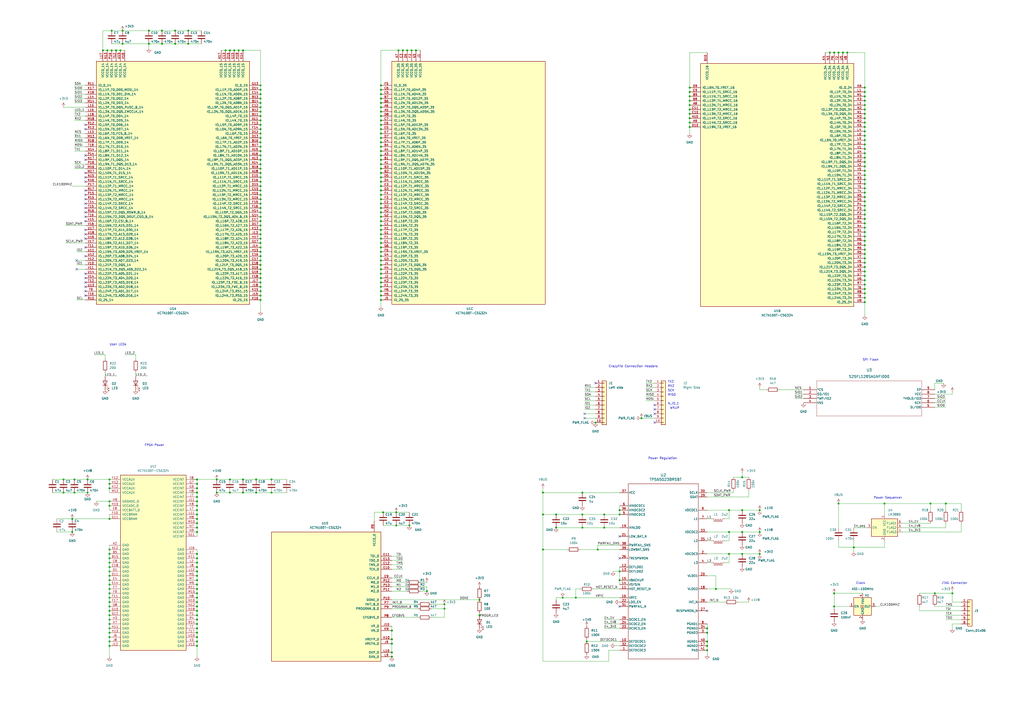
<source format=kicad_sch>
(kicad_sch (version 20211123) (generator eeschema)
  (paper "A2")
  (title_block (title "Deck_FPGA_schematic") (date "2025-12-17") (company "Andrea Grillo"))
  (junction (at 501.65 154.94))
  (junction (at 151.13 100.33))
  (junction (at 227.33 373.38))
  (junction (at 501.65 60.96))
  (junction (at 220.98 168.91))
  (junction (at 220.98 156.21))
  (junction (at 346.71 318.77))
  (junction (at 501.65 121.92))
  (junction (at 501.65 160.02))
  (junction (at 114.3 349.25))
  (junction (at 151.13 151.13))
  (junction (at 151.13 97.79))
  (junction (at 400.05 71.12))
  (junction (at 359.41 298.45))
  (junction (at 151.13 95.25))
  (junction (at 114.3 323.85))
  (junction (at 501.65 73.66))
  (junction (at 400.05 60.96))
  (junction (at 220.98 102.87))
  (junction (at 241.3 29.21))
  (junction (at 63.5 356.87))
  (junction (at 62.23 29.21))
  (junction (at 220.98 138.43))
  (junction (at 481.33 30.48))
  (junction (at 151.13 133.35))
  (junction (at 220.98 110.49))
  (junction (at 337.82 306.07))
  (junction (at 220.98 163.83))
  (junction (at 501.65 116.84))
  (junction (at 114.3 346.71))
  (junction (at 220.98 173.99))
  (junction (at 220.98 146.05))
  (junction (at 114.3 374.65))
  (junction (at 151.13 120.65))
  (junction (at 542.29 344.17))
  (junction (at 400.05 63.5))
  (junction (at 43.18 285.75))
  (junction (at 151.13 156.21))
  (junction (at 372.11 242.57))
  (junction (at 359.41 295.91))
  (junction (at 125.73 278.13))
  (junction (at 63.5 359.41))
  (junction (at 229.87 297.18))
  (junction (at 63.5 328.93))
  (junction (at 501.65 134.62))
  (junction (at 151.13 90.17))
  (junction (at 220.98 105.41))
  (junction (at 501.65 132.08))
  (junction (at 501.65 106.68))
  (junction (at 501.65 139.7))
  (junction (at 151.13 166.37))
  (junction (at 151.13 110.49))
  (junction (at 151.13 64.77))
  (junction (at 114.3 326.39))
  (junction (at 501.65 66.04))
  (junction (at 501.65 170.18))
  (junction (at 114.3 280.67))
  (junction (at 43.18 278.13))
  (junction (at 337.82 298.45))
  (junction (at 227.33 365.76))
  (junction (at 71.12 25.4))
  (junction (at 114.3 361.95))
  (junction (at 222.25 297.18))
  (junction (at 220.98 54.61))
  (junction (at 63.5 374.65))
  (junction (at 430.53 321.31))
  (junction (at 238.76 29.21))
  (junction (at 345.44 245.11))
  (junction (at 114.3 290.83))
  (junction (at 400.05 58.42))
  (junction (at 322.58 298.45))
  (junction (at 63.5 321.31))
  (junction (at 501.65 119.38))
  (junction (at 41.91 308.61))
  (junction (at 220.98 107.95))
  (junction (at 488.95 30.48))
  (junction (at 350.52 306.07))
  (junction (at 50.8 278.13))
  (junction (at 483.87 30.48))
  (junction (at 237.49 304.8))
  (junction (at 220.98 143.51))
  (junction (at 359.41 336.55))
  (junction (at 314.96 285.75))
  (junction (at 148.59 278.13))
  (junction (at 151.13 52.07))
  (junction (at 220.98 151.13))
  (junction (at 63.5 336.55))
  (junction (at 501.65 111.76))
  (junction (at 410.21 377.19))
  (junction (at 114.3 372.11))
  (junction (at 422.91 321.31))
  (junction (at 63.5 346.71))
  (junction (at 41.91 300.99))
  (junction (at 220.98 80.01))
  (junction (at 220.98 69.85))
  (junction (at 114.3 331.47))
  (junction (at 63.5 293.37))
  (junction (at 114.3 359.41))
  (junction (at 501.65 152.4))
  (junction (at 63.5 349.25))
  (junction (at 220.98 118.11))
  (junction (at 151.13 102.87))
  (junction (at 501.65 175.26))
  (junction (at 220.98 85.09))
  (junction (at 501.65 68.58))
  (junction (at 501.65 147.32))
  (junction (at 140.97 278.13))
  (junction (at 220.98 87.63))
  (junction (at 63.5 341.63))
  (junction (at 151.13 85.09))
  (junction (at 227.33 381))
  (junction (at 220.98 74.93))
  (junction (at 63.5 280.67))
  (junction (at 501.65 167.64))
  (junction (at 501.65 55.88))
  (junction (at 501.65 165.1))
  (junction (at 220.98 123.19))
  (junction (at 400.05 68.58))
  (junction (at 501.65 63.5))
  (junction (at 114.3 295.91))
  (junction (at 400.05 73.66))
  (junction (at 140.97 29.21))
  (junction (at 151.13 115.57))
  (junction (at 69.85 29.21))
  (junction (at 314.96 318.77))
  (junction (at 220.98 133.35))
  (junction (at 151.13 158.75))
  (junction (at 501.65 162.56))
  (junction (at 114.3 356.87))
  (junction (at 151.13 148.59))
  (junction (at 114.3 351.79))
  (junction (at 151.13 161.29))
  (junction (at 220.98 59.69))
  (junction (at 501.65 101.6))
  (junction (at 36.83 285.75))
  (junction (at 220.98 64.77))
  (junction (at 151.13 92.71))
  (junction (at 220.98 125.73))
  (junction (at 220.98 166.37))
  (junction (at 151.13 125.73))
  (junction (at 114.3 336.55))
  (junction (at 501.65 149.86))
  (junction (at 400.05 66.04))
  (junction (at 114.3 334.01))
  (junction (at 50.8 285.75))
  (junction (at 440.69 295.91))
  (junction (at 130.81 29.21))
  (junction (at 220.98 153.67))
  (junction (at 220.98 120.65))
  (junction (at 151.13 59.69))
  (junction (at 114.3 288.29))
  (junction (at 151.13 54.61))
  (junction (at 220.98 90.17))
  (junction (at 220.98 95.25))
  (junction (at 64.77 29.21))
  (junction (at 151.13 67.31))
  (junction (at 501.65 81.28))
  (junction (at 501.65 76.2))
  (junction (at 220.98 113.03))
  (junction (at 486.41 292.1))
  (junction (at 114.3 364.49))
  (junction (at 114.3 341.63))
  (junction (at 220.98 148.59))
  (junction (at 278.13 347.98))
  (junction (at 400.05 55.88))
  (junction (at 501.65 99.06))
  (junction (at 501.65 127))
  (junction (at 501.65 104.14))
  (junction (at 410.21 372.11))
  (junction (at 114.3 344.17))
  (junction (at 552.45 344.17))
  (junction (at 36.83 278.13))
  (junction (at 220.98 57.15))
  (junction (at 501.65 142.24))
  (junction (at 227.33 370.84))
  (junction (at 501.65 144.78))
  (junction (at 501.65 88.9))
  (junction (at 257.81 353.06))
  (junction (at 220.98 158.75))
  (junction (at 220.98 171.45))
  (junction (at 151.13 146.05))
  (junction (at 114.3 285.75))
  (junction (at 220.98 49.53))
  (junction (at 410.21 367.03))
  (junction (at 151.13 143.51))
  (junction (at 548.64 292.1))
  (junction (at 430.53 276.86))
  (junction (at 63.5 283.21))
  (junction (at 157.48 278.13))
  (junction (at 501.65 137.16))
  (junction (at 86.36 17.78))
  (junction (at 59.69 29.21))
  (junction (at 430.53 295.91))
  (junction (at 63.5 300.99))
  (junction (at 220.98 67.31))
  (junction (at 63.5 323.85))
  (junction (at 247.65 342.9))
  (junction (at 483.87 344.17))
  (junction (at 114.3 300.99))
  (junction (at 501.65 157.48))
  (junction (at 114.3 367.03))
  (junction (at 63.5 361.95))
  (junction (at 114.3 278.13))
  (junction (at 114.3 306.07))
  (junction (at 151.13 138.43))
  (junction (at 133.35 29.21))
  (junction (at 501.65 124.46))
  (junction (at 501.65 86.36))
  (junction (at 334.01 346.71))
  (junction (at 114.3 283.21))
  (junction (at 93.98 17.78))
  (junction (at 422.91 308.61))
  (junction (at 151.13 107.95))
  (junction (at 63.5 331.47))
  (junction (at 430.53 308.61))
  (junction (at 220.98 161.29))
  (junction (at 220.98 140.97))
  (junction (at 501.65 96.52))
  (junction (at 491.49 30.48))
  (junction (at 151.13 173.99))
  (junction (at 109.22 25.4))
  (junction (at 227.33 378.46))
  (junction (at 257.81 350.52))
  (junction (at 440.69 308.61))
  (junction (at 220.98 72.39))
  (junction (at 63.5 339.09))
  (junction (at 278.13 356.87))
  (junction (at 125.73 285.75))
  (junction (at 220.98 82.55))
  (junction (at 63.5 334.01))
  (junction (at 151.13 105.41))
  (junction (at 501.65 83.82))
  (junction (at 133.35 278.13))
  (junction (at 151.13 49.53))
  (junction (at 151.13 130.81))
  (junction (at 501.65 172.72))
  (junction (at 151.13 153.67))
  (junction (at 133.35 285.75))
  (junction (at 151.13 113.03))
  (junction (at 350.52 298.45))
  (junction (at 151.13 69.85))
  (junction (at 322.58 306.07))
  (junction (at 63.5 326.39))
  (junction (at 501.65 71.12))
  (junction (at 220.98 100.33))
  (junction (at 229.87 304.8))
  (junction (at 151.13 82.55))
  (junction (at 63.5 364.49))
  (junction (at 513.08 292.1))
  (junction (at 151.13 171.45))
  (junction (at 135.89 29.21))
  (junction (at 326.39 346.71))
  (junction (at 151.13 123.19))
  (junction (at 114.3 298.45))
  (junction (at 501.65 91.44))
  (junction (at 220.98 62.23))
  (junction (at 114.3 354.33))
  (junction (at 501.65 109.22))
  (junction (at 220.98 130.81))
  (junction (at 114.3 321.31))
  (junction (at 501.65 50.8))
  (junction (at 483.87 351.79))
  (junction (at 151.13 140.97))
  (junction (at 114.3 308.61))
  (junction (at 67.31 29.21))
  (junction (at 220.98 77.47))
  (junction (at 63.5 367.03))
  (junction (at 63.5 318.77))
  (junction (at 400.05 50.8))
  (junction (at 151.13 163.83))
  (junction (at 71.12 17.78))
  (junction (at 220.98 115.57))
  (junction (at 359.41 331.47))
  (junction (at 138.43 29.21))
  (junction (at 151.13 87.63))
  (junction (at 340.36 372.11))
  (junction (at 314.96 298.45))
  (junction (at 151.13 77.47))
  (junction (at 151.13 74.93))
  (junction (at 63.5 369.57))
  (junction (at 501.65 129.54))
  (junction (at 220.98 52.07))
  (junction (at 63.5 354.33))
  (junction (at 114.3 339.09))
  (junction (at 93.98 25.4))
  (junction (at 63.5 372.11))
  (junction (at 220.98 97.79))
  (junction (at 337.82 285.75))
  (junction (at 114.3 293.37))
  (junction (at 231.14 29.21))
  (junction (at 501.65 58.42))
  (junction (at 501.65 114.3))
  (junction (at 114.3 303.53))
  (junction (at 63.5 351.79))
  (junction (at 501.65 93.98))
  (junction (at 501.65 78.74))
  (junction (at 114.3 369.57))
  (junction (at 151.13 135.89))
  (junction (at 109.22 17.78))
  (junction (at 63.5 290.83))
  (junction (at 501.65 53.34))
  (junction (at 400.05 53.34))
  (junction (at 64.77 17.78))
  (junction (at 151.13 168.91))
  (junction (at 495.3 317.5))
  (junction (at 151.13 118.11))
  (junction (at 157.48 285.75))
  (junction (at 151.13 128.27))
  (junction (at 415.29 341.63))
  (junction (at 101.6 17.78))
  (junction (at 220.98 128.27))
  (junction (at 114.3 328.93))
  (junction (at 220.98 92.71))
  (junction (at 410.21 374.65))
  (junction (at 539.75 292.1))
  (junction (at 63.5 278.13))
  (junction (at 151.13 57.15))
  (junction (at 220.98 135.89))
  (junction (at 140.97 285.75))
  (junction (at 151.13 80.01))
  (junction (at 236.22 29.21))
  (junction (at 151.13 72.39))
  (junction (at 148.59 285.75))
  (junction (at 63.5 344.17))
  (junction (at 233.68 29.21))
  (junction (at 410.21 364.49))
  (junction (at 422.91 295.91))
  (junction (at 486.41 30.48))
  (junction (at 86.36 25.4))
  (junction (at 151.13 62.23))
  (junction (at 101.6 25.4))
  (junction (at 440.69 321.31))
  (no_connect (at 359.41 351.79))
  (no_connect (at 49.53 120.65))
  (no_connect (at 410.21 354.33))
  (no_connect (at 49.53 118.11))
  (no_connect (at 49.53 110.49))
  (no_connect (at 49.53 138.43))
  (no_connect (at 49.53 92.71))
  (no_connect (at 49.53 100.33))
  (no_connect (at 49.53 163.83))
  (no_connect (at 49.53 161.29))
  (no_connect (at 379.73 237.49))
  (no_connect (at 359.41 323.85))
  (no_connect (at 49.53 148.59))
  (no_connect (at 379.73 240.03))
  (no_connect (at 49.53 166.37))
  (no_connect (at 49.53 105.41))
  (no_connect (at 49.53 123.19))
  (no_connect (at 49.53 74.93))
  (no_connect (at 49.53 158.75))
  (no_connect (at 49.53 135.89))
  (no_connect (at 339.09 242.57))
  (no_connect (at 49.53 113.03))
  (no_connect (at 49.53 171.45))
  (no_connect (at 49.53 168.91))
  (no_connect (at 345.44 222.25))
  (no_connect (at 49.53 102.87))
  (no_connect (at 49.53 133.35))
  (no_connect (at 44.45 156.21))
  (no_connect (at 49.53 143.51))
  (no_connect (at 49.53 125.73))
  (no_connect (at 49.53 115.57))
  (no_connect (at 359.41 311.15))
  (no_connect (at 49.53 72.39))
  (no_connect (at 49.53 90.17))
  (no_connect (at 44.45 151.13))
  (no_connect (at 379.73 245.11))
  (no_connect (at 379.73 234.95))
  (no_connect (at 49.53 128.27))
  (no_connect (at 339.09 240.03))
  (wire (pts (xy 501.65 134.62) (xy 501.65 137.16)))
  (wire (pts (xy 314.96 298.45) (xy 322.58 298.45)))
  (wire (pts (xy 501.65 167.64) (xy 501.65 170.18)))
  (wire (pts (xy 501.65 154.94) (xy 501.65 157.48)))
  (wire (pts (xy 337.82 298.45) (xy 350.52 298.45)))
  (wire (pts (xy 63.5 321.31) (xy 63.5 323.85)))
  (wire (pts (xy 250.19 350.52) (xy 257.81 350.52)))
  (wire (pts (xy 400.05 73.66) (xy 400.05 77.47)))
  (wire (pts (xy 501.65 149.86) (xy 501.65 152.4)))
  (wire (pts (xy 220.98 97.79) (xy 220.98 100.33)))
  (wire (pts (xy 63.5 369.57) (xy 63.5 372.11)))
  (wire (pts (xy 422.91 313.69) (xy 422.91 308.61)))
  (wire (pts (xy 422.91 295.91) (xy 430.53 295.91)))
  (wire (pts (xy 314.96 318.77) (xy 314.96 383.54)))
  (wire (pts (xy 374.65 224.79) (xy 379.73 224.79)))
  (wire (pts (xy 236.22 29.21) (xy 238.76 29.21)))
  (wire (pts (xy 501.65 58.42) (xy 501.65 60.96)))
  (wire (pts (xy 64.77 29.21) (xy 67.31 29.21)))
  (wire (pts (xy 151.13 123.19) (xy 151.13 125.73)))
  (wire (pts (xy 247.65 340.36) (xy 247.65 342.9)))
  (wire (pts (xy 114.3 336.55) (xy 114.3 339.09)))
  (wire (pts (xy 140.97 29.21) (xy 151.13 29.21)))
  (wire (pts (xy 353.06 383.54) (xy 314.96 383.54)))
  (wire (pts (xy 151.13 90.17) (xy 151.13 92.71)))
  (wire (pts (xy 227.33 365.76) (xy 227.33 370.84)))
  (wire (pts (xy 542.29 222.25) (xy 547.37 222.25)))
  (wire (pts (xy 36.83 62.23) (xy 49.53 62.23)))
  (wire (pts (xy 63.5 318.77) (xy 63.5 321.31)))
  (wire (pts (xy 552.45 364.49) (xy 552.45 361.95)))
  (wire (pts (xy 322.58 347.98) (xy 322.58 346.71)))
  (wire (pts (xy 227.33 340.36) (xy 236.22 340.36)))
  (wire (pts (xy 229.87 297.18) (xy 237.49 297.18)))
  (wire (pts (xy 501.65 160.02) (xy 501.65 162.56)))
  (wire (pts (xy 422.91 300.99) (xy 422.91 295.91)))
  (wire (pts (xy 151.13 125.73) (xy 151.13 128.27)))
  (wire (pts (xy 552.45 361.95) (xy 557.53 361.95)))
  (wire (pts (xy 422.91 321.31) (xy 430.53 321.31)))
  (wire (pts (xy 220.98 143.51) (xy 220.98 146.05)))
  (wire (pts (xy 135.89 29.21) (xy 138.43 29.21)))
  (wire (pts (xy 114.3 372.11) (xy 114.3 374.65)))
  (wire (pts (xy 43.18 95.25) (xy 49.53 95.25)))
  (wire (pts (xy 430.53 276.86) (xy 434.34 276.86)))
  (wire (pts (xy 257.81 353.06) (xy 257.81 350.52)))
  (wire (pts (xy 478.79 30.48) (xy 481.33 30.48)))
  (wire (pts (xy 114.3 293.37) (xy 114.3 295.91)))
  (wire (pts (xy 486.41 30.48) (xy 488.95 30.48)))
  (wire (pts (xy 542.29 233.68) (xy 548.64 233.68)))
  (wire (pts (xy 220.98 120.65) (xy 220.98 123.19)))
  (wire (pts (xy 151.13 163.83) (xy 151.13 166.37)))
  (wire (pts (xy 220.98 138.43) (xy 220.98 140.97)))
  (wire (pts (xy 114.3 359.41) (xy 114.3 361.95)))
  (wire (pts (xy 43.18 85.09) (xy 49.53 85.09)))
  (wire (pts (xy 151.13 29.21) (xy 151.13 49.53)))
  (wire (pts (xy 539.75 292.1) (xy 539.75 295.91)))
  (wire (pts (xy 151.13 140.97) (xy 151.13 143.51)))
  (wire (pts (xy 336.55 341.63) (xy 334.01 341.63)))
  (wire (pts (xy 227.33 347.98) (xy 278.13 347.98)))
  (wire (pts (xy 220.98 153.67) (xy 220.98 156.21)))
  (wire (pts (xy 501.65 30.48) (xy 501.65 50.8)))
  (wire (pts (xy 227.33 335.28) (xy 233.68 335.28)))
  (wire (pts (xy 339.09 229.87) (xy 345.44 229.87)))
  (wire (pts (xy 434.34 288.29) (xy 434.34 284.48)))
  (wire (pts (xy 250.19 358.14) (xy 257.81 358.14)))
  (wire (pts (xy 151.13 148.59) (xy 151.13 151.13)))
  (wire (pts (xy 63.5 323.85) (xy 63.5 326.39)))
  (wire (pts (xy 542.29 226.06) (xy 542.29 222.25)))
  (wire (pts (xy 151.13 69.85) (xy 151.13 72.39)))
  (wire (pts (xy 243.84 340.36) (xy 247.65 340.36)))
  (wire (pts (xy 157.48 278.13) (xy 166.37 278.13)))
  (wire (pts (xy 157.48 285.75) (xy 166.37 285.75)))
  (wire (pts (xy 220.98 29.21) (xy 231.14 29.21)))
  (wire (pts (xy 63.5 336.55) (xy 63.5 339.09)))
  (wire (pts (xy 501.65 55.88) (xy 501.65 58.42)))
  (wire (pts (xy 501.65 93.98) (xy 501.65 96.52)))
  (wire (pts (xy 114.3 318.77) (xy 114.3 321.31)))
  (wire (pts (xy 552.45 228.6) (xy 552.45 227.33)))
  (wire (pts (xy 151.13 135.89) (xy 151.13 138.43)))
  (wire (pts (xy 424.18 341.63) (xy 415.29 341.63)))
  (wire (pts (xy 217.17 302.26) (xy 217.17 297.18)))
  (wire (pts (xy 542.29 231.14) (xy 548.64 231.14)))
  (wire (pts (xy 227.33 342.9) (xy 236.22 342.9)))
  (wire (pts (xy 109.22 17.78) (xy 116.84 17.78)))
  (wire (pts (xy 523.24 306.07) (xy 548.64 306.07)))
  (wire (pts (xy 222.25 297.18) (xy 229.87 297.18)))
  (wire (pts (xy 41.91 107.95) (xy 49.53 107.95)))
  (wire (pts (xy 63.5 328.93) (xy 63.5 331.47)))
  (wire (pts (xy 501.65 76.2) (xy 501.65 78.74)))
  (wire (pts (xy 355.6 331.47) (xy 359.41 331.47)))
  (wire (pts (xy 501.65 132.08) (xy 501.65 134.62)))
  (wire (pts (xy 430.53 274.32) (xy 430.53 276.86)))
  (wire (pts (xy 63.5 372.11) (xy 63.5 374.65)))
  (wire (pts (xy 227.33 330.2) (xy 233.68 330.2)))
  (wire (pts (xy 488.95 30.48) (xy 491.49 30.48)))
  (wire (pts (xy 372.11 242.57) (xy 379.73 242.57)))
  (wire (pts (xy 513.08 292.1) (xy 513.08 298.45)))
  (wire (pts (xy 501.65 147.32) (xy 501.65 149.86)))
  (wire (pts (xy 412.75 326.39) (xy 410.21 326.39)))
  (wire (pts (xy 220.98 87.63) (xy 220.98 90.17)))
  (wire (pts (xy 114.3 346.71) (xy 114.3 349.25)))
  (wire (pts (xy 114.3 349.25) (xy 114.3 351.79)))
  (wire (pts (xy 339.09 242.57) (xy 345.44 242.57)))
  (wire (pts (xy 59.69 29.21) (xy 62.23 29.21)))
  (wire (pts (xy 151.13 133.35) (xy 151.13 135.89)))
  (wire (pts (xy 483.87 353.06) (xy 483.87 351.79)))
  (wire (pts (xy 64.77 17.78) (xy 71.12 17.78)))
  (wire (pts (xy 400.05 68.58) (xy 400.05 71.12)))
  (wire (pts (xy 63.5 290.83) (xy 63.5 293.37)))
  (wire (pts (xy 151.13 57.15) (xy 151.13 59.69)))
  (wire (pts (xy 63.5 344.17) (xy 63.5 346.71)))
  (wire (pts (xy 501.65 175.26) (xy 501.65 182.88)))
  (wire (pts (xy 523.24 303.53) (xy 539.75 303.53)))
  (wire (pts (xy 542.29 351.79) (xy 557.53 351.79)))
  (wire (pts (xy 326.39 346.71) (xy 334.01 346.71)))
  (wire (pts (xy 43.18 278.13) (xy 50.8 278.13)))
  (wire (pts (xy 400.05 53.34) (xy 400.05 55.88)))
  (wire (pts (xy 151.13 113.03) (xy 151.13 115.57)))
  (wire (pts (xy 314.96 298.45) (xy 314.96 318.77)))
  (wire (pts (xy 63.5 367.03) (xy 63.5 369.57)))
  (wire (pts (xy 36.83 285.75) (xy 43.18 285.75)))
  (wire (pts (xy 63.5 331.47) (xy 63.5 334.01)))
  (wire (pts (xy 501.65 66.04) (xy 501.65 68.58)))
  (wire (pts (xy 151.13 59.69) (xy 151.13 62.23)))
  (wire (pts (xy 133.35 29.21) (xy 135.89 29.21)))
  (wire (pts (xy 220.98 115.57) (xy 220.98 118.11)))
  (wire (pts (xy 412.75 313.69) (xy 410.21 313.69)))
  (wire (pts (xy 151.13 115.57) (xy 151.13 118.11)))
  (wire (pts (xy 491.49 30.48) (xy 501.65 30.48)))
  (wire (pts (xy 220.98 62.23) (xy 220.98 64.77)))
  (wire (pts (xy 63.5 339.09) (xy 63.5 341.63)))
  (wire (pts (xy 350.52 364.49) (xy 359.41 364.49)))
  (wire (pts (xy 151.13 102.87) (xy 151.13 105.41)))
  (wire (pts (xy 140.97 278.13) (xy 148.59 278.13)))
  (wire (pts (xy 501.65 88.9) (xy 501.65 91.44)))
  (wire (pts (xy 346.71 316.23) (xy 346.71 318.77)))
  (wire (pts (xy 114.3 308.61) (xy 114.3 311.15)))
  (wire (pts (xy 501.65 81.28) (xy 501.65 83.82)))
  (wire (pts (xy 114.3 288.29) (xy 114.3 290.83)))
  (wire (pts (xy 220.98 151.13) (xy 220.98 153.67)))
  (wire (pts (xy 151.13 97.79) (xy 151.13 100.33)))
  (wire (pts (xy 483.87 351.79) (xy 483.87 344.17)))
  (wire (pts (xy 151.13 105.41) (xy 151.13 107.95)))
  (wire (pts (xy 359.41 295.91) (xy 359.41 298.45)))
  (wire (pts (xy 410.21 364.49) (xy 410.21 367.03)))
  (wire (pts (xy 501.65 165.1) (xy 501.65 167.64)))
  (wire (pts (xy 353.06 377.19) (xy 353.06 383.54)))
  (wire (pts (xy 114.3 369.57) (xy 114.3 372.11)))
  (wire (pts (xy 86.36 25.4) (xy 93.98 25.4)))
  (wire (pts (xy 220.98 156.21) (xy 220.98 158.75)))
  (wire (pts (xy 63.5 356.87) (xy 63.5 359.41)))
  (wire (pts (xy 314.96 283.21) (xy 314.96 285.75)))
  (wire (pts (xy 501.65 68.58) (xy 501.65 71.12)))
  (wire (pts (xy 220.98 57.15) (xy 220.98 59.69)))
  (wire (pts (xy 114.3 331.47) (xy 114.3 334.01)))
  (wire (pts (xy 314.96 285.75) (xy 314.96 298.45)))
  (wire (pts (xy 486.41 292.1) (xy 486.41 306.07)))
  (wire (pts (xy 501.65 101.6) (xy 501.65 104.14)))
  (wire (pts (xy 114.3 344.17) (xy 114.3 346.71)))
  (wire (pts (xy 495.3 306.07) (xy 502.92 306.07)))
  (wire (pts (xy 151.13 151.13) (xy 151.13 153.67)))
  (wire (pts (xy 63.5 359.41) (xy 63.5 361.95)))
  (wire (pts (xy 374.65 229.87) (xy 379.73 229.87)))
  (wire (pts (xy 151.13 85.09) (xy 151.13 87.63)))
  (wire (pts (xy 43.18 97.79) (xy 49.53 97.79)))
  (wire (pts (xy 151.13 130.81) (xy 151.13 133.35)))
  (wire (pts (xy 151.13 107.95) (xy 151.13 110.49)))
  (wire (pts (xy 350.52 306.07) (xy 359.41 306.07)))
  (wire (pts (xy 501.65 121.92) (xy 501.65 124.46)))
  (wire (pts (xy 151.13 67.31) (xy 151.13 69.85)))
  (wire (pts (xy 495.3 317.5) (xy 513.08 317.5)))
  (wire (pts (xy 461.01 228.6) (xy 466.09 228.6)))
  (wire (pts (xy 501.65 139.7) (xy 501.65 142.24)))
  (wire (pts (xy 243.84 342.9) (xy 247.65 342.9)))
  (wire (pts (xy 481.33 30.48) (xy 483.87 30.48)))
  (wire (pts (xy 60.96 208.28) (xy 60.96 205.74)))
  (wire (pts (xy 501.65 78.74) (xy 501.65 81.28)))
  (wire (pts (xy 339.09 240.03) (xy 345.44 240.03)))
  (wire (pts (xy 220.98 168.91) (xy 220.98 171.45)))
  (wire (pts (xy 220.98 29.21) (xy 220.98 49.53)))
  (wire (pts (xy 339.09 224.79) (xy 345.44 224.79)))
  (wire (pts (xy 322.58 346.71) (xy 326.39 346.71)))
  (wire (pts (xy 539.75 292.1) (xy 548.64 292.1)))
  (wire (pts (xy 346.71 318.77) (xy 359.41 318.77)))
  (wire (pts (xy 501.65 129.54) (xy 501.65 132.08)))
  (wire (pts (xy 114.3 341.63) (xy 114.3 344.17)))
  (wire (pts (xy 151.13 171.45) (xy 151.13 173.99)))
  (wire (pts (xy 151.13 74.93) (xy 151.13 77.47)))
  (wire (pts (xy 62.23 29.21) (xy 64.77 29.21)))
  (wire (pts (xy 151.13 138.43) (xy 151.13 140.97)))
  (wire (pts (xy 151.13 80.01) (xy 151.13 82.55)))
  (wire (pts (xy 410.21 288.29) (xy 434.34 288.29)))
  (wire (pts (xy 151.13 82.55) (xy 151.13 85.09)))
  (wire (pts (xy 63.5 351.79) (xy 63.5 354.33)))
  (wire (pts (xy 501.65 152.4) (xy 501.65 154.94)))
  (wire (pts (xy 548.64 306.07) (xy 548.64 303.53)))
  (wire (pts (xy 359.41 295.91) (xy 359.41 293.37)))
  (wire (pts (xy 501.65 63.5) (xy 501.65 66.04)))
  (wire (pts (xy 220.98 64.77) (xy 220.98 67.31)))
  (wire (pts (xy 557.53 308.61) (xy 557.53 303.53)))
  (wire (pts (xy 220.98 54.61) (xy 220.98 57.15)))
  (wire (pts (xy 220.98 67.31) (xy 220.98 69.85)))
  (wire (pts (xy 63.5 374.65) (xy 63.5 381)))
  (wire (pts (xy 548.64 292.1) (xy 548.64 295.91)))
  (wire (pts (xy 151.13 146.05) (xy 151.13 148.59)))
  (wire (pts (xy 420.37 300.99) (xy 422.91 300.99)))
  (wire (pts (xy 220.98 90.17) (xy 220.98 92.71)))
  (wire (pts (xy 114.3 295.91) (xy 114.3 298.45)))
  (wire (pts (xy 41.91 300.99) (xy 63.5 300.99)))
  (wire (pts (xy 36.83 278.13) (xy 43.18 278.13)))
  (wire (pts (xy 33.02 308.61) (xy 41.91 308.61)))
  (wire (pts (xy 410.21 334.01) (xy 415.29 334.01)))
  (wire (pts (xy 227.33 350.52) (xy 242.57 350.52)))
  (wire (pts (xy 220.98 133.35) (xy 220.98 135.89)))
  (wire (pts (xy 220.98 135.89) (xy 220.98 138.43)))
  (wire (pts (xy 542.29 236.22) (xy 548.64 236.22)))
  (wire (pts (xy 227.33 358.14) (xy 242.57 358.14)))
  (wire (pts (xy 229.87 304.8) (xy 237.49 304.8)))
  (wire (pts (xy 501.65 157.48) (xy 501.65 160.02)))
  (wire (pts (xy 356.87 374.65) (xy 359.41 374.65)))
  (wire (pts (xy 151.13 100.33) (xy 151.13 102.87)))
  (wire (pts (xy 220.98 52.07) (xy 220.98 54.61)))
  (wire (pts (xy 415.29 341.63) (xy 410.21 341.63)))
  (wire (pts (xy 33.02 300.99) (xy 41.91 300.99)))
  (wire (pts (xy 220.98 100.33) (xy 220.98 102.87)))
  (wire (pts (xy 220.98 173.99) (xy 220.98 177.8)))
  (wire (pts (xy 43.18 82.55) (xy 49.53 82.55)))
  (wire (pts (xy 501.65 73.66) (xy 501.65 76.2)))
  (wire (pts (xy 63.5 341.63) (xy 63.5 344.17)))
  (wire (pts (xy 227.33 373.38) (xy 227.33 378.46)))
  (wire (pts (xy 72.39 205.74) (xy 78.74 205.74)))
  (wire (pts (xy 533.4 344.17) (xy 542.29 344.17)))
  (wire (pts (xy 227.33 322.58) (xy 233.68 322.58)))
  (wire (pts (xy 63.5 361.95) (xy 63.5 364.49)))
  (wire (pts (xy 412.75 300.99) (xy 410.21 300.99)))
  (wire (pts (xy 151.13 87.63) (xy 151.13 90.17)))
  (wire (pts (xy 501.65 142.24) (xy 501.65 144.78)))
  (wire (pts (xy 220.98 105.41) (xy 220.98 107.95)))
  (wire (pts (xy 220.98 49.53) (xy 220.98 52.07)))
  (wire (pts (xy 130.81 29.21) (xy 133.35 29.21)))
  (wire (pts (xy 346.71 316.23) (xy 359.41 316.23)))
  (wire (pts (xy 43.18 57.15) (xy 49.53 57.15)))
  (wire (pts (xy 220.98 69.85) (xy 220.98 72.39)))
  (wire (pts (xy 552.45 349.25) (xy 557.53 349.25)))
  (wire (pts (xy 359.41 328.93) (xy 359.41 331.47)))
  (wire (pts (xy 501.65 83.82) (xy 501.65 86.36)))
  (wire (pts (xy 552.45 342.9) (xy 552.45 344.17)))
  (wire (pts (xy 151.13 72.39) (xy 151.13 74.93)))
  (wire (pts (xy 501.65 111.76) (xy 501.65 114.3)))
  (wire (pts (xy 43.18 77.47) (xy 49.53 77.47)))
  (wire (pts (xy 227.33 337.82) (xy 236.22 337.82)))
  (wire (pts (xy 501.65 170.18) (xy 501.65 172.72)))
  (wire (pts (xy 552.45 344.17) (xy 552.45 349.25)))
  (wire (pts (xy 533.4 354.33) (xy 557.53 354.33)))
  (wire (pts (xy 114.3 321.31) (xy 114.3 323.85)))
  (wire (pts (xy 220.98 107.95) (xy 220.98 110.49)))
  (wire (pts (xy 427.99 349.25) (xy 434.34 349.25)))
  (wire (pts (xy 501.65 127) (xy 501.65 129.54)))
  (wire (pts (xy 483.87 30.48) (xy 486.41 30.48)))
  (wire (pts (xy 151.13 64.77) (xy 151.13 67.31)))
  (wire (pts (xy 54.61 205.74) (xy 60.96 205.74)))
  (wire (pts (xy 501.65 86.36) (xy 501.65 88.9)))
  (wire (pts (xy 501.65 99.06) (xy 501.65 101.6)))
  (wire (pts (xy 501.65 106.68) (xy 501.65 109.22)))
  (wire (pts (xy 151.13 120.65) (xy 151.13 123.19)))
  (wire (pts (xy 444.5 226.06) (xy 440.69 226.06)))
  (wire (pts (xy 59.69 29.21) (xy 59.69 17.78)))
  (wire (pts (xy 430.53 321.31) (xy 440.69 321.31)))
  (wire (pts (xy 151.13 77.47) (xy 151.13 80.01)))
  (wire (pts (xy 339.09 232.41) (xy 345.44 232.41)))
  (wire (pts (xy 322.58 306.07) (xy 337.82 306.07)))
  (wire (pts (xy 501.65 71.12) (xy 501.65 73.66)))
  (wire (pts (xy 93.98 25.4) (xy 101.6 25.4)))
  (wire (pts (xy 410.21 30.48) (xy 400.05 30.48)))
  (wire (pts (xy 114.3 334.01) (xy 114.3 336.55)))
  (wire (pts (xy 400.05 50.8) (xy 400.05 53.34)))
  (wire (pts (xy 227.33 363.22) (xy 227.33 365.76)))
  (wire (pts (xy 220.98 158.75) (xy 220.98 161.29)))
  (wire (pts (xy 138.43 29.21) (xy 140.97 29.21)))
  (wire (pts (xy 151.13 118.11) (xy 151.13 120.65)))
  (wire (pts (xy 63.5 316.23) (xy 63.5 318.77)))
  (wire (pts (xy 542.29 228.6) (xy 552.45 228.6)))
  (wire (pts (xy 238.76 29.21) (xy 241.3 29.21)))
  (wire (pts (xy 410.21 321.31) (xy 422.91 321.31)))
  (wire (pts (xy 440.69 226.06) (xy 440.69 224.79)))
  (wire (pts (xy 220.98 95.25) (xy 220.98 97.79)))
  (wire (pts (xy 533.4 351.79) (xy 533.4 354.33)))
  (wire (pts (xy 71.12 25.4) (xy 86.36 25.4)))
  (wire (pts (xy 486.41 317.5) (xy 495.3 317.5)))
  (wire (pts (xy 422.91 326.39) (xy 422.91 321.31)))
  (wire (pts (xy 114.3 290.83) (xy 114.3 293.37)))
  (wire (pts (xy 63.5 354.33) (xy 63.5 356.87)))
  (wire (pts (xy 63.5 283.21) (xy 63.5 285.75)))
  (wire (pts (xy 425.45 285.75) (xy 425.45 284.48)))
  (wire (pts (xy 430.53 295.91) (xy 440.69 295.91)))
  (wire (pts (xy 501.65 109.22) (xy 501.65 111.76)))
  (wire (pts (xy 339.09 237.49) (xy 345.44 237.49)))
  (wire (pts (xy 101.6 25.4) (xy 109.22 25.4)))
  (wire (pts (xy 114.3 367.03) (xy 114.3 369.57)))
  (wire (pts (xy 410.21 367.03) (xy 410.21 372.11)))
  (wire (pts (xy 410.21 361.95) (xy 410.21 364.49)))
  (wire (pts (xy 314.96 318.77) (xy 328.93 318.77)))
  (wire (pts (xy 400.05 60.96) (xy 400.05 63.5)))
  (wire (pts (xy 63.5 293.37) (xy 63.5 295.91)))
  (wire (pts (xy 151.13 168.91) (xy 151.13 171.45)))
  (wire (pts (xy 44.45 146.05) (xy 49.53 146.05)))
  (wire (pts (xy 350.52 359.41) (xy 359.41 359.41)))
  (wire (pts (xy 410.21 308.61) (xy 422.91 308.61)))
  (wire (pts (xy 513.08 292.1) (xy 539.75 292.1)))
  (wire (pts (xy 63.5 326.39) (xy 63.5 328.93)))
  (wire (pts (xy 227.33 325.12) (xy 233.68 325.12)))
  (wire (pts (xy 93.98 17.78) (xy 101.6 17.78)))
  (wire (pts (xy 400.05 58.42) (xy 400.05 60.96)))
  (wire (pts (xy 69.85 29.21) (xy 72.39 29.21)))
  (wire (pts (xy 114.3 326.39) (xy 114.3 328.93)))
  (wire (pts (xy 151.13 49.53) (xy 151.13 52.07)))
  (wire (pts (xy 220.98 123.19) (xy 220.98 125.73)))
  (wire (pts (xy 220.98 161.29) (xy 220.98 163.83)))
  (wire (pts (xy 486.41 292.1) (xy 513.08 292.1)))
  (wire (pts (xy 278.13 358.14) (xy 278.13 356.87)))
  (wire (pts (xy 337.82 306.07) (xy 350.52 306.07)))
  (wire (pts (xy 151.13 156.21) (xy 151.13 158.75)))
  (wire (pts (xy 430.53 308.61) (xy 440.69 308.61)))
  (wire (pts (xy 501.65 116.84) (xy 501.65 119.38)))
  (wire (pts (xy 63.5 334.01) (xy 63.5 336.55)))
  (wire (pts (xy 410.21 285.75) (xy 425.45 285.75)))
  (wire (pts (xy 359.41 372.11) (xy 340.36 372.11)))
  (wire (pts (xy 133.35 278.13) (xy 140.97 278.13)))
  (wire (pts (xy 151.13 95.25) (xy 151.13 97.79)))
  (wire (pts (xy 350.52 298.45) (xy 359.41 298.45)))
  (wire (pts (xy 114.3 278.13) (xy 114.3 280.67)))
  (wire (pts (xy 501.65 50.8) (xy 501.65 53.34)))
  (wire (pts (xy 38.1 140.97) (xy 49.53 140.97)))
  (wire (pts (xy 501.65 104.14) (xy 501.65 106.68)))
  (wire (pts (xy 44.45 173.99) (xy 49.53 173.99)))
  (wire (pts (xy 334.01 346.71) (xy 359.41 346.71)))
  (wire (pts (xy 337.82 285.75) (xy 359.41 285.75)))
  (wire (pts (xy 278.13 356.87) (xy 278.13 355.6)))
  (wire (pts (xy 43.18 80.01) (xy 49.53 80.01)))
  (wire (pts (xy 374.65 222.25) (xy 379.73 222.25)))
  (wire (pts (xy 78.74 208.28) (xy 78.74 205.74)))
  (wire (pts (xy 43.18 87.63) (xy 49.53 87.63)))
  (wire (pts (xy 359.41 331.47) (xy 359.41 336.55)))
  (wire (pts (xy 220.98 125.73) (xy 220.98 128.27)))
  (wire (pts (xy 63.5 298.45) (xy 63.5 300.99)))
  (wire (pts (xy 420.37 349.25) (xy 410.21 349.25)))
  (wire (pts (xy 114.3 361.95) (xy 114.3 364.49)))
  (wire (pts (xy 231.14 29.21) (xy 233.68 29.21)))
  (wire (pts (xy 336.55 318.77) (xy 346.71 318.77)))
  (wire (pts (xy 400.05 30.48) (xy 400.05 50.8)))
  (wire (pts (xy 501.65 60.96) (xy 501.65 63.5)))
  (wire (pts (xy 114.3 280.67) (xy 114.3 283.21)))
  (wire (pts (xy 510.54 351.79) (xy 508 351.79)))
  (wire (pts (xy 495.3 313.69) (xy 495.3 317.5)))
  (wire (pts (xy 220.98 85.09) (xy 220.98 87.63)))
  (wire (pts (xy 30.48 285.75) (xy 36.83 285.75)))
  (wire (pts (xy 43.18 52.07) (xy 49.53 52.07)))
  (wire (pts (xy 114.3 364.49) (xy 114.3 367.03)))
  (wire (pts (xy 344.17 341.63) (xy 359.41 341.63)))
  (wire (pts (xy 67.31 29.21) (xy 69.85 29.21)))
  (wire (pts (xy 43.18 59.69) (xy 49.53 59.69)))
  (wire (pts (xy 220.98 148.59) (xy 220.98 151.13)))
  (wire (pts (xy 227.33 378.46) (xy 227.33 381)))
  (wire (pts (xy 148.59 278.13) (xy 157.48 278.13)))
  (wire (pts (xy 241.3 29.21) (xy 243.84 29.21)))
  (wire (pts (xy 501.65 53.34) (xy 501.65 55.88)))
  (wire (pts (xy 114.3 278.13) (xy 125.73 278.13)))
  (wire (pts (xy 483.87 351.79) (xy 492.76 351.79)))
  (wire (pts (xy 151.13 128.27) (xy 151.13 130.81)))
  (wire (pts (xy 233.68 29.21) (xy 236.22 29.21)))
  (wire (pts (xy 350.52 361.95) (xy 359.41 361.95)))
  (wire (pts (xy 151.13 62.23) (xy 151.13 64.77)))
  (wire (pts (xy 359.41 377.19) (xy 353.06 377.19)))
  (wire (pts (xy 63.5 349.25) (xy 63.5 351.79)))
  (wire (pts (xy 133.35 285.75) (xy 140.97 285.75)))
  (wire (pts (xy 220.98 118.11) (xy 220.98 120.65)))
  (wire (pts (xy 415.29 334.01) (xy 415.29 341.63)))
  (wire (pts (xy 483.87 344.17) (xy 500.38 344.17)))
  (wire (pts (xy 400.05 71.12) (xy 400.05 73.66)))
  (wire (pts (xy 410.21 374.65) (xy 410.21 377.19)))
  (wire (pts (xy 220.98 77.47) (xy 220.98 80.01)))
  (wire (pts (xy 44.45 151.13) (xy 49.53 151.13)))
  (wire (pts (xy 227.33 370.84) (xy 227.33 373.38)))
  (wire (pts (xy 410.21 377.19) (xy 410.21 379.73)))
  (wire (pts (xy 420.37 326.39) (xy 422.91 326.39)))
  (wire (pts (xy 250.19 353.06) (xy 257.81 353.06)))
  (wire (pts (xy 109.22 25.4) (xy 116.84 25.4)))
  (wire (pts (xy 501.65 91.44) (xy 501.65 93.98)))
  (wire (pts (xy 359.41 336.55) (xy 359.41 339.09)))
  (wire (pts (xy 400.05 55.88) (xy 400.05 58.42)))
  (wire (pts (xy 501.65 114.3) (xy 501.65 116.84)))
  (wire (pts (xy 314.96 285.75) (xy 337.82 285.75)))
  (wire (pts (xy 501.65 144.78) (xy 501.65 147.32)))
  (wire (pts (xy 452.12 226.06) (xy 466.09 226.06)))
  (wire (pts (xy 220.98 140.97) (xy 220.98 143.51)))
  (wire (pts (xy 43.18 69.85) (xy 49.53 69.85)))
  (wire (pts (xy 128.27 29.21) (xy 130.81 29.21)))
  (wire (pts (xy 400.05 63.5) (xy 400.05 66.04)))
  (wire (pts (xy 38.1 130.81) (xy 49.53 130.81)))
  (wire (pts (xy 151.13 166.37) (xy 151.13 168.91)))
  (wire (pts (xy 140.97 285.75) (xy 148.59 285.75)))
  (wire (pts (xy 114.3 339.09) (xy 114.3 341.63)))
  (wire (pts (xy 220.98 92.71) (xy 220.98 95.25)))
  (wire (pts (xy 501.65 172.72) (xy 501.65 175.26)))
  (wire (pts (xy 243.84 337.82) (xy 247.65 337.82)))
  (wire (pts (xy 557.53 292.1) (xy 557.53 295.91)))
  (wire (pts (xy 220.98 102.87) (xy 220.98 105.41)))
  (wire (pts (xy 220.98 146.05) (xy 220.98 148.59)))
  (wire (pts (xy 222.25 304.8) (xy 229.87 304.8)))
  (wire (pts (xy 548.64 359.41) (xy 557.53 359.41)))
  (wire (pts (xy 220.98 59.69) (xy 220.98 62.23)))
  (wire (pts (xy 151.13 143.51) (xy 151.13 146.05)))
  (wire (pts (xy 59.69 17.78) (xy 64.77 17.78)))
  (wire (pts (xy 322.58 298.45) (xy 337.82 298.45)))
  (wire (pts (xy 486.41 317.5) (xy 486.41 313.69)))
  (wire (pts (xy 501.65 96.52) (xy 501.65 99.06)))
  (wire (pts (xy 114.3 351.79) (xy 114.3 354.33)))
  (wire (pts (xy 220.98 74.93) (xy 220.98 77.47)))
  (wire (pts (xy 151.13 158.75) (xy 151.13 161.29)))
  (wire (pts (xy 227.33 353.06) (xy 242.57 353.06)))
  (wire (pts (xy 151.13 52.07) (xy 151.13 54.61)))
  (wire (pts (xy 63.5 280.67) (xy 63.5 283.21)))
  (wire (pts (xy 422.91 308.61) (xy 430.53 308.61)))
  (wire (pts (xy 425.45 276.86) (xy 430.53 276.86)))
  (wire (pts (xy 151.13 173.99) (xy 151.13 180.34)))
  (wire (pts (xy 44.45 156.21) (xy 49.53 156.21)))
  (wire (pts (xy 151.13 110.49) (xy 151.13 113.03)))
  (wire (pts (xy 63.5 278.13) (xy 63.5 280.67)))
  (wire (pts (xy 125.73 278.13) (xy 133.35 278.13)))
  (wire (pts (xy 78.74 218.44) (xy 78.74 215.9)))
  (wire (pts (xy 101.6 17.78) (xy 109.22 17.78)))
  (wire (pts (xy 334.01 341.63) (xy 334.01 346.71)))
  (wire (pts (xy 501.65 119.38) (xy 501.65 121.92)))
  (wire (pts (xy 548.64 292.1) (xy 557.53 292.1)))
  (wire (pts (xy 461.01 231.14) (xy 466.09 231.14)))
  (wire (pts (xy 340.36 372.11) (xy 340.36 370.84)))
  (wire (pts (xy 43.18 49.53) (xy 49.53 49.53)))
  (wire (pts (xy 400.05 66.04) (xy 400.05 68.58)))
  (wire (pts (xy 63.5 364.49) (xy 63.5 367.03)))
  (wire (pts (xy 114.3 306.07) (xy 114.3 308.61)))
  (wire (pts (xy 151.13 54.61) (xy 151.13 57.15)))
  (wire (pts (xy 410.21 295.91) (xy 422.91 295.91)))
  (wire (pts (xy 220.98 128.27) (xy 220.98 130.81)))
  (wire (pts (xy 55.88 290.83) (xy 63.5 290.83)))
  (wire (pts (xy 110.49 285.75) (xy 114.3 285.75)))
  (wire (pts (xy 60.96 218.44) (xy 60.96 215.9)))
  (wire (pts (xy 44.45 153.67) (xy 49.53 153.67)))
  (wire (pts (xy 43.18 64.77) (xy 49.53 64.77)))
  (wire (pts (xy 148.59 285.75) (xy 157.48 285.75)))
  (wire (pts (xy 501.65 137.16) (xy 501.65 139.7)))
  (wire (pts (xy 513.08 317.5) (xy 513.08 313.69)))
  (wire (pts (xy 86.36 25.4) (xy 86.36 27.94)))
  (wire (pts (xy 114.3 328.93) (xy 114.3 331.47)))
  (wire (pts (xy 220.98 166.37) (xy 220.98 168.91)))
  (wire (pts (xy 220.98 163.83) (xy 220.98 166.37)))
  (wire (pts (xy 339.09 234.95) (xy 345.44 234.95)))
  (wire (pts (xy 86.36 17.78) (xy 93.98 17.78)))
  (wire (pts (xy 410.21 372.11) (xy 410.21 374.65)))
  (wire (pts (xy 548.64 356.87) (xy 557.53 356.87)))
  (wire (pts (xy 71.12 17.78) (xy 86.36 17.78)))
  (wire (pts (xy 420.37 313.69) (xy 422.91 313.69)))
  (wire (pts (xy 50.8 278.13) (xy 63.5 278.13)))
  (wire (pts (xy 220.98 80.01) (xy 220.98 82.55)))
  (wire (pts (xy 339.09 227.33) (xy 345.44 227.33)))
  (wire (pts (xy 114.3 298.45) (xy 114.3 300.99)))
  (wire (pts (xy 220.98 113.03) (xy 220.98 115.57)))
  (wire (pts (xy 114.3 303.53) (xy 114.3 306.07)))
  (wire (pts (xy 63.5 346.71) (xy 63.5 349.25)))
  (wire (pts (xy 220.98 72.39) (xy 220.98 74.93)))
  (wire (pts (xy 30.48 278.13) (xy 36.83 278.13)))
  (wire (pts (xy 542.29 344.17) (xy 552.45 344.17)))
  (wire (pts (xy 43.18 285.75) (xy 50.8 285.75)))
  (wire (pts (xy 110.49 278.13) (xy 114.3 278.13)))
  (wire (pts (xy 43.18 67.31) (xy 49.53 67.31)))
  (wire (pts (xy 151.13 92.71) (xy 151.13 95.25)))
  (wire (pts (xy 114.3 354.33) (xy 114.3 356.87)))
  (wire (pts (xy 374.65 232.41) (xy 379.73 232.41)))
  (wire (pts (xy 114.3 300.99) (xy 114.3 303.53)))
  (wire (pts (xy 43.18 54.61) (xy 49.53 54.61)))
  (wire (pts (xy 217.17 297.18) (xy 222.25 297.18)))
  (wire (pts (xy 114.3 285.75) (xy 114.3 288.29)))
  (wire (pts (xy 220.98 130.81) (xy 220.98 133.35)))
  (wire (pts (xy 257.81 358.14) (xy 257.81 353.06)))
  (wire (pts (xy 151.13 161.29) (xy 151.13 163.83)))
  (wire (pts (xy 114.3 356.87) (xy 114.3 359.41)))
  (wire (pts (xy 523.24 308.61) (xy 557.53 308.61)))
  (wire (pts (xy 495.3 317.5) (xy 495.3 320.04)))
  (wire (pts (xy 501.65 162.56) (xy 501.65 165.1)))
  (wire (pts (xy 501.65 124.46) (xy 501.65 127)))
  (wire (pts (xy 114.3 283.21) (xy 114.3 285.75)))
  (wire (pts (xy 125.73 285.75) (xy 133.35 285.75)))
  (wire (pts (xy 114.3 374.65) (xy 114.3 381)))
  (wire (pts (xy 64.77 25.4) (xy 71.12 25.4)))
  (wire (pts (xy 151.13 153.67) (xy 151.13 156.21)))
  (wire (pts (xy 374.65 227.33) (xy 379.73 227.33)))
  (wire (pts (xy 114.3 323.85) (xy 114.3 326.39)))
  (wire (pts (xy 220.98 171.45) (xy 220.98 173.99)))
  (wire (pts (xy 227.33 327.66) (xy 233.68 327.66)))
  (wire (pts (xy 220.98 82.55) (xy 220.98 85.09)))
  (wire (pts (xy 220.98 110.49) (xy 220.98 113.03)))
  (text "RX2\n" (at 387.35 224.79 0) (effects (font (size 1.27 1.27)) (justify left bottom)))
  (text "TX2\n" (at 387.35 222.25 0) (effects (font (size 1.27 1.27)) (justify left bottom)))
  (text "User LEDs" (at 63.5 200.66 0) (effects (font (size 1.27 1.27)) (justify left bottom)))
  (text "Power Regulation" (at 375.92 266.7 0) (effects (font (size 1.27 1.27)) (justify left bottom)))
  (text "MISO\n" (at 387.35 229.87 0) (effects (font (size 1.27 1.27)) (justify left bottom)))
  (text "SCK\n" (at 387.35 227.33 0) (effects (font (size 1.27 1.27)) (justify left bottom)))
  (text "Crazyflie Connection Headers" (at 353.06 213.36 0) (effects (font (size 1.27 1.27)) (justify left bottom)))
  (text "FPGA Power" (at 83.82 259.08 0) (effects (font (size 1.27 1.27)) (justify left bottom)))
  (text "Clock" (at 496.57 339.09 0) (effects (font (size 1.27 1.27)) (justify left bottom)))
  (text "Power Sequencer" (at 506.73 289.56 0) (effects (font (size 1.27 1.27)) (justify left bottom)))
  (text "N_IO_1\n" (at 387.35 234.95 0) (effects (font (size 1.27 1.27)) (justify left bottom)))
  (text "JTAG Connector" (at 546.1 339.09 0) (effects (font (size 1.27 1.27)) (justify left bottom)))
  (text "WKUP" (at 388.62 237.49 0) (effects (font (size 1.27 1.27)) (justify left bottom)))
  (text "SPI Flash" (at 500.38 209.55 0) (effects (font (size 1.27 1.27)) (justify left bottom)))
  (label "MOSI" (at 374.65 232.41 0))
  (label "CFGBVS" (at 227.33 358.14 0))
  (label "En_3V3" (at 527.05 308.61 0))
  (label "SCL" (at 339.09 232.41 0))
  (label "SDAT_PWR" (at 38.1 130.81 0))
  (label "SIO0" (at 43.18 52.07 0))
  (label "PWRFAIL_SNS" (at 346.71 316.23 0))
  (label "IO2" (at 339.09 237.49 0))
  (label "SIO3" (at 43.18 59.69 0))
  (label "TX1" (at 339.09 227.33 0))
  (label "SDA" (at 339.09 229.87 0))
  (label "CCLK" (at 228.6 335.28 0))
  (label "L1" (at 410.21 300.99 0))
  (label "NCS" (at 461.01 226.06 0))
  (label "LED_1" (at 54.61 205.74 0))
  (label "PROGRAM_B" (at 227.33 353.06 0))
  (label "DONE" (at 266.7 347.98 0))
  (label "TMS" (at 548.64 351.79 0))
  (label "LED_2_" (at 78.74 218.44 0))
  (label "En_1V8" (at 350.52 361.95 0))
  (label "SIO1" (at 461.01 228.6 0))
  (label "En_1V" (at 527.05 303.53 0))
  (label "M0" (at 229.87 337.82 0))
  (label "TCK" (at 229.87 330.2 0))
  (label "SCLK_PWR" (at 38.1 140.97 0))
  (label "En_seq" (at 495.3 306.07 0))
  (label "RX1" (at 43.18 80.01 0))
  (label "NCS" (at 43.18 77.47 0))
  (label "LED_1" (at 43.18 64.77 0))
  (label "M2" (at 229.87 342.9 0))
  (label "En_3V3" (at 350.52 364.49 0))
  (label "CLK100MHZ" (at 41.91 107.95 180))
  (label "TCK" (at 548.64 356.87 0))
  (label "LED_2" (at 72.39 205.74 0))
  (label "SIO1" (at 43.18 54.61 0))
  (label "INT_N" (at 411.48 349.25 0))
  (label "SCK" (at 43.18 95.25 0))
  (label "SIO2" (at 461.01 231.14 0))
  (label "VRTC" (at 345.44 346.71 0))
  (label "En_1V" (at 350.52 359.41 0))
  (label "HOT_RESET_N" (at 345.44 341.63 0))
  (label "IO1" (at 339.09 234.95 0))
  (label "SDA" (at 43.18 49.53 0))
  (label "DEFDCDC1" (at 347.98 372.11 0))
  (label "L3" (at 410.21 326.39 0))
  (label "TDI" (at 548.64 354.33 0))
  (label "M1" (at 229.87 340.36 0))
  (label "TX1" (at 43.18 87.63 0))
  (label "L2" (at 410.21 313.69 0))
  (label "SCK" (at 374.65 227.33 0))
  (label "SDAT_PWR" (at 414.02 288.29 0))
  (label "RX2" (at 43.18 69.85 0))
  (label "TDO" (at 229.87 325.12 0))
  (label "En_1V8" (at 527.05 306.07 0))
  (label "SCL" (at 44.45 173.99 0))
  (label "INIT_B" (at 227.33 350.52 0))
  (label "SCLK_PWR" (at 414.02 285.75 0))
  (label "CCLK" (at 543.56 233.68 0))
  (label "SIO0" (at 543.56 236.22 0))
  (label "MOSI" (at 43.18 85.09 0))
  (label "TMS" (at 229.87 327.66 0))
  (label "SIO2" (at 43.18 57.15 0))
  (label "TDI" (at 229.87 322.58 0))
  (label "LED_2" (at 43.18 97.79 0))
  (label "IO2" (at 44.45 146.05 0))
  (label "TX2" (at 43.18 67.31 0))
  (label "IO1" (at 44.45 153.67 0))
  (label "TX2" (at 374.65 222.25 0))
  (label "TDO" (at 548.64 359.41 0))
  (label "MISO" (at 374.65 229.87 0))
  (label "LED_1_" (at 60.96 218.44 0))
  (label "PROGR_LED" (at 278.13 358.14 0))
  (label "SIO3" (at 543.56 231.14 0))
  (label "CLK100MHZ" (at 510.54 351.79 0))
  (label "RX2" (at 374.65 224.79 0))
  (label "MISO" (at 43.18 82.55 0))
  (label "RX1" (at 339.09 224.79 0))
  (symbol (lib_id "Device:C") (at 64.77 21.59 0) (unit 1)
    (property "Reference" "C7" (at 66.04 19.05 0) (effects (justify left)))
    (property "Value" "47u" (at 66.04 24.13 0) (effects (justify left)))
    (property "Footprint" "Capacitor_SMD:C_0402_1005Metric" (effects hide))
  )
  (symbol (lib_id "power:GND") (at 247.65 342.9 0) (unit 1)
    (property "Reference" "#PWR018" (effects hide))
    (property "Value" "GND" (at 251.46 344.17 0))
  )
  (symbol (lib_id "power:GND") (at 41.91 308.61 0) (unit 1)
    (property "Reference" "#PWR02" (effects hide))
    (property "Value" "GND" (at 41.91 313.69 0))
  )
  (symbol (lib_id "power:GND") (at 322.58 306.07 0) (unit 1)
    (property "Reference" "#PWR023" (effects hide))
    (property "Value" "GND" (at 318.77 307.34 0))
  )
  (symbol (lib_id "power:+3V3") (at 440.69 224.79 0) (unit 1)
    (property "Reference" "#PWR041" (effects hide))
    (property "Value" "+3V3" (at 440.69 219.71 0))
  )
  (symbol (lib_id "Device:R") (at 340.36 341.63 90) (unit 1)
    (property "Reference" "R10" (at 340.36 339.09 90))
    (property "Value" "100k" (at 340.36 344.17 90))
    (property "Footprint" "Resistor_SMD:R_0402_1005Metric" (effects hide))
  )
  (symbol (lib_id "Connector_Generic:Conn_01x10") (at 350.52 232.41 0) (unit 1)
    (property "Reference" "J1" (at 353.06 222.25 0) (effects (justify left)))
    (property "Value" "Left side" (at 353.06 224.79 0) (effects (justify left)))
    (property "Footprint" "power_ic:BF090-10-X-B2" (effects hide))
  )
  (symbol (lib_id "Device:C") (at 166.37 281.94 0) (unit 1)
    (property "Reference" "C34" (at 167.64 279.4 0) (effects (justify left)))
    (property "Value" "470n" (at 167.64 284.48 0) (effects (justify left)))
    (property "Footprint" "Capacitor_SMD:C_0402_1005Metric" (effects hide))
  )
  (symbol (lib_name "XC7A100T-CSG324_1") (lib_id "FPGA_Xilinx_Artix7:XC7A100T-CSG324") (at 189.23 342.9 0) (unit 4)
    (property "Reference" "U1" (at 190.5 303.53 0) (effects (justify right)))
    (property "Value" "XC7A100T-CSG324" (at 198.12 306.07 0) (effects (justify right)))
    (property "Footprint" "Package_BGA:Xilinx_CSG324" (effects hide))
  )
  (symbol (lib_id "Device:C") (at 125.73 281.94 0) (unit 1)
    (property "Reference" "C15" (at 127 279.4 0) (effects (justify left)))
    (property "Value" "47u" (at 127 284.48 0) (effects (justify left)))
    (property "Footprint" "Capacitor_SMD:C_0402_1005Metric" (effects hide))
  )
  (symbol (lib_id "FPGA_Xilinx_Artix7:XC7A100T-CSG324") (at 450.85 104.14 0) (unit 2)
    (property "Reference" "U1" (at 450.85 180.34 0))
    (property "Value" "XC7A100T-CSG324" (at 450.85 182.88 0))
    (property "Footprint" "Package_BGA:Xilinx_CSG324" (effects hide))
  )
  (symbol (lib_id "Device:R") (at 246.38 358.14 90) (unit 1)
    (property "Reference" "R6" (at 241.3 356.87 90))
    (property "Value" "4k7" (at 251.46 356.87 90))
    (property "Footprint" "Resistor_SMD:R_0402_1005Metric" (effects hide))
  )
  (symbol (lib_id "Device:C") (at 157.48 281.94 0) (unit 1)
    (property "Reference" "C33" (at 158.75 279.4 0) (effects (justify left)))
    (property "Value" "470n" (at 158.75 284.48 0) (effects (justify left)))
    (property "Footprint" "Capacitor_SMD:C_0402_1005Metric" (effects hide))
  )
  (symbol (lib_id "power:VBUS") (at 486.41 292.1 0) (unit 1)
    (property "Reference" "#PWR048" (effects hide))
    (property "Value" "VBUS" (at 486.41 287.02 0))
  )
  (symbol (lib_id "power:PWR_FLAG") (at 440.69 308.61 180) (unit 1)
    (property "Reference" "#FLG05" (effects hide))
    (property "Value" "PWR_FLAG" (at 447.04 312.42 0))
  )
  (symbol (lib_id "power:GND") (at 340.36 379.73 0) (unit 1)
    (property "Reference" "#PWR027" (effects hide))
    (property "Value" "GND" (at 345.44 381 0))
  )
  (symbol (lib_id "Device:L_Iron") (at 416.56 313.69 270) (unit 1)
    (property "Reference" "L2" (at 415.29 311.15 90))
    (property "Value" "2u2" (at 420.37 311.15 90))
    (property "Footprint" "inductor:IND_WE-PMCI_0806_WRE" (effects hide))
  )
  (symbol (lib_id "Device:R") (at 548.64 299.72 0) (unit 1)
    (property "Reference" "R20" (at 543.56 295.91 0) (effects (justify left)))
    (property "Value" "100k" (at 542.29 300.99 0) (effects (justify left)))
    (property "Footprint" "Resistor_SMD:R_0402_1005Metric" (effects hide))
  )
  (symbol (lib_id "Device:C") (at 30.48 281.94 0) (unit 1)
    (property "Reference" "C1" (at 31.75 279.4 0) (effects (justify left)))
    (property "Value" "47u" (at 31.75 284.48 0) (effects (justify left)))
    (property "Footprint" "Capacitor_SMD:C_0402_1005Metric" (effects hide))
  )
  (symbol (lib_id "power:GND") (at 345.44 245.11 0) (unit 1)
    (property "Reference" "#PWR028" (effects hide))
    (property "Value" "GND" (at 345.44 250.19 0))
  )
  (symbol (lib_id "Device:C") (at 229.87 300.99 0) (unit 1)
    (property "Reference" "C20" (at 231.14 298.45 0) (effects (justify left)))
    (property "Value" "4u7" (at 231.14 303.53 0) (effects (justify left)))
    (property "Footprint" "Capacitor_SMD:C_0402_1005Metric" (effects hide))
  )
  (symbol (lib_id "power:+3V3") (at 483.87 344.17 0) (unit 1)
    (property "Reference" "#PWR046" (effects hide))
    (property "Value" "+3V3" (at 483.87 339.09 0))
  )
  (symbol (lib_id "Device:C") (at 430.53 325.12 0) (unit 1)
    (property "Reference" "C28" (at 434.34 323.8499 0) (effects (justify left)))
    (property "Value" "22u" (at 434.34 326.3899 0) (effects (justify left)))
    (property "Footprint" "Capacitor_SMD:C_0603_1608Metric" (effects hide))
  )
  (symbol (lib_id "power:PWR_FLAG") (at 372.11 242.57 90) (unit 1)
    (property "Reference" "#FLG03" (effects hide))
    (property "Value" "PWR_FLAG" (at 368.3 242.5699 90) (effects (justify left)))
  )
  (symbol (lib_id "Device:C") (at 109.22 21.59 0) (unit 1)
    (property "Reference" "C13" (at 110.49 19.05 0) (effects (justify left)))
    (property "Value" "470n" (at 110.49 24.13 0) (effects (justify left)))
    (property "Footprint" "Capacitor_SMD:C_0402_1005Metric" (effects hide))
  )
  (symbol (lib_id "power:GND") (at 500.38 359.41 0) (unit 1)
    (property "Reference" "#PWR050" (effects hide))
    (property "Value" "GND" (at 500.38 364.49 0))
  )
  (symbol (lib_id "power:GND") (at 227.33 381 0) (unit 1)
    (property "Reference" "#PWR014" (effects hide))
    (property "Value" "GND" (at 227.33 386.08 0))
  )
  (symbol (lib_id "Device:C") (at 41.91 304.8 0) (unit 1)
    (property "Reference" "C4" (at 43.18 302.26 0) (effects (justify left)))
    (property "Value" "470n" (at 43.18 307.34 0) (effects (justify left)))
    (property "Footprint" "Capacitor_SMD:C_0402_1005Metric" (effects hide))
  )
  (symbol (lib_id "power:+3V3") (at 552.45 227.33 0) (unit 1)
    (property "Reference" "#PWR053" (effects hide))
    (property "Value" "+3V3" (at 546.1 227.33 0))
  )
  (symbol (lib_id "S25FL128SAGMFI000:S25FL128SAGNFI000") (at 466.09 226.06 0) (unit 1)
    (property "Reference" "U3" (at 504.19 214.63 0) (effects (font (size 1.524 1.524))))
    (property "Value" "S25FL128SAGNFI000" (at 504.19 218.44 0) (effects (font (size 1.524 1.524))))
    (property "Footprint" "s25:WNG008_SPA" (effects hide))
    (property "Datasheet" "S25FL128SAGNFI000" (effects hide))
  )
  (symbol (lib_id "power:GND") (at 410.21 379.73 0) (unit 1)
    (property "Reference" "#PWR034" (effects hide))
    (property "Value" "GND" (at 415.29 382.27 0))
  )
  (symbol (lib_id "Device:C") (at 337.82 289.56 0) (unit 1)
    (property "Reference" "C24" (at 341.63 288.2899 0) (effects (justify left)))
    (property "Value" "1u" (at 341.63 290.83 0) (effects (justify left)))
    (property "Footprint" "Capacitor_SMD:C_0603_1608Metric" (effects hide))
  )
  (symbol (lib_id "power:PWR_FLAG") (at 440.69 321.31 180) (unit 1)
    (property "Reference" "#FLG06" (effects hide))
    (property "Value" "PWR_FLAG" (at 444.5 325.12 0))
  )
  (symbol (lib_id "Device:R") (at 240.03 337.82 90) (unit 1)
    (property "Reference" "R1" (at 245.11 336.55 90))
    (property "Value" "1k" (at 236.22 336.55 90))
    (property "Footprint" "Resistor_SMD:R_0402_1005Metric" (effects hide))
  )
  (symbol (lib_id "Device:C") (at 86.36 21.59 0) (unit 1)
    (property "Reference" "C10" (at 87.63 19.05 0) (effects (justify left)))
    (property "Value" "470n" (at 87.63 24.13 0) (effects (justify left)))
    (property "Footprint" "Capacitor_SMD:C_0402_1005Metric" (effects hide))
  )
  (symbol (lib_id "power:+1V0") (at 41.91 300.99 0) (unit 1)
    (property "Reference" "#PWR01" (effects hide))
    (property "Value" "+1V0" (at 41.91 295.91 0))
  )
  (symbol (lib_id "Device:R") (at 278.13 344.17 0) (unit 1)
    (property "Reference" "R7" (at 280.67 342.8999 0) (effects (justify left)))
    (property "Value" "200" (at 280.67 345.4399 0) (effects (justify left)))
    (property "Footprint" "Resistor_SMD:R_0402_1005Metric" (effects hide))
  )
  (symbol (lib_id "FPGA_Xilinx_Artix7:XC7A100T-CSG324") (at 271.78 102.87 0) (unit 3)
    (property "Reference" "U1" (at 270.51 179.07 0) (effects (justify left)))
    (property "Value" "XC7A100T-CSG324" (at 264.16 181.61 0) (effects (justify left)))
    (property "Footprint" "Package_BGA:Xilinx_CSG324" (effects hide))
  )
  (symbol (lib_id "power:GND") (at 50.8 285.75 0) (unit 1)
    (property "Reference" "#PWR04" (effects hide))
    (property "Value" "GND" (at 50.8 289.56 0))
  )
  (symbol (lib_id "power:GND") (at 237.49 304.8 0) (unit 1)
    (property "Reference" "#PWR016" (effects hide))
    (property "Value" "GND" (at 242.57 307.34 0))
  )
  (symbol (lib_id "Device:R") (at 542.29 347.98 0) (unit 1)
    (property "Reference" "R19" (at 543.56 346.71 0) (effects (justify left)))
    (property "Value" "4k7" (at 543.56 349.25 0) (effects (justify left)))
    (property "Footprint" "Resistor_SMD:R_0402_1005Metric" (effects hide))
  )
  (symbol (lib_id "power:GND") (at 430.53 303.53 0) (unit 1)
    (property "Reference" "#PWR037" (effects hide))
    (property "Value" "GND" (at 434.34 304.8 0))
  )
  (symbol (lib_id "Device:C") (at 495.3 309.88 0) (unit 1)
    (property "Reference" "C31" (at 490.22 307.34 0) (effects (justify left)))
    (property "Value" "470n" (at 490.22 312.42 0) (effects (justify left)))
    (property "Footprint" "Capacitor_SMD:C_0402_1005Metric" (effects hide))
  )
  (symbol (lib_id "power:GND") (at 60.96 226.06 0) (unit 1)
    (property "Reference" "#PWR056" (effects hide))
    (property "Value" "GND" (at 60.96 231.14 0))
  )
  (symbol (lib_id "Device:C") (at 33.02 304.8 0) (unit 1)
    (property "Reference" "C2" (at 34.29 302.26 0) (effects (justify left)))
    (property "Value" "47u" (at 34.29 307.34 0) (effects (justify left)))
    (property "Footprint" "Capacitor_SMD:C_0402_1005Metric" (effects hide))
  )
  (symbol (lib_id "power:PWR_FLAG") (at 345.44 245.11 90) (unit 1)
    (property "Reference" "#FLG02" (effects hide))
    (property "Value" "PWR_FLAG" (at 341.63 245.1099 90) (effects (justify left)))
  )
  (symbol (lib_id "power:GND") (at 55.88 290.83 0) (unit 1)
    (property "Reference" "#PWR05" (effects hide))
    (property "Value" "GND" (at 55.88 295.91 0))
  )
  (symbol (lib_id "Device:R") (at 434.34 280.67 180) (unit 1)
    (property "Reference" "R15" (at 431.8 280.67 90))
    (property "Value" "100k" (at 436.88 280.67 90))
    (property "Footprint" "Resistor_SMD:R_0402_1005Metric" (effects hide))
  )
  (symbol (lib_id "power:GND") (at 552.45 364.49 0) (unit 1)
    (property "Reference" "#PWR055" (effects hide))
    (property "Value" "GND" (at 556.26 364.49 0))
  )
  (symbol (lib_id "power:VBUS") (at 372.11 242.57 0) (unit 1)
    (property "Reference" "#PWR032" (effects hide))
    (property "Value" "VBUS" (at 375.92 241.3 0))
  )
  (symbol (lib_id "Device:R") (at 340.36 367.03 180) (unit 1)
    (property "Reference" "R11" (at 342.9 365.7599 0) (effects (justify right)))
    (property "Value" "100K" (at 342.9 368.2999 0) (effects (justify right)))
    (property "Footprint" "Resistor_SMD:R_0402_1005Metric" (effects hide))
  )
  (symbol (lib_id "power:GND") (at 151.13 180.34 0) (unit 1)
    (property "Reference" "#PWR012" (effects hide))
    (property "Value" "GND" (at 151.13 185.42 0))
  )
  (symbol (lib_id "power:GND") (at 356.87 374.65 270) (unit 1)
    (property "Reference" "#PWR030" (effects hide))
    (property "Value" "GND" (at 353.06 374.6499 90) (effects (justify right)))
  )
  (symbol (lib_id "power:+3V3") (at 247.65 337.82 0) (unit 1)
    (property "Reference" "#PWR017" (effects hide))
    (property "Value" "+3V3" (at 247.65 332.74 0))
  )
  (symbol (lib_id "power:+3V3") (at 440.69 321.31 0) (unit 1)
    (property "Reference" "#PWR044" (effects hide))
    (property "Value" "+3V3" (at 445.77 320.04 0))
  )
  (symbol (lib_id "power:GND") (at 114.3 381 0) (unit 1)
    (property "Reference" "#PWR09" (effects hide))
    (property "Value" "GND" (at 114.3 386.08 0))
  )
  (symbol (lib_id "Device:R") (at 424.18 349.25 90) (unit 1)
    (property "Reference" "R13" (at 421.64 346.71 90))
    (property "Value" "10k" (at 426.72 346.71 90))
    (property "Footprint" "Resistor_SMD:R_0402_1005Metric" (effects hide))
  )
  (symbol (lib_id "Device:R") (at 246.38 353.06 90) (unit 1)
    (property "Reference" "R5" (at 241.3 351.79 90))
    (property "Value" "4k7" (at 251.46 351.79 90))
    (property "Footprint" "Resistor_SMD:R_0402_1005Metric" (effects hide))
  )
  (symbol (lib_id "Device:R") (at 78.74 212.09 0) (unit 1)
    (property "Reference" "R23" (at 81.28 210.8199 0) (effects (justify left)))
    (property "Value" "200" (at 81.28 213.3599 0) (effects (justify left)))
    (property "Footprint" "Resistor_SMD:R_0402_1005Metric" (effects hide))
  )
  (symbol (lib_id "power:GND") (at 355.6 331.47 0) (unit 1)
    (property "Reference" "#PWR029" (effects hide))
    (property "Value" "GND" (at 351.79 332.74 0))
  )
  (symbol (lib_id "power:+3V3") (at 552.45 342.9 0) (unit 1)
    (property "Reference" "#PWR054" (effects hide))
    (property "Value" "+3V3" (at 548.64 341.63 0))
  )
  (symbol (lib_id "power:VBUS") (at 314.96 283.21 0) (unit 1)
    (property "Reference" "#PWR022" (effects hide))
    (property "Value" "VBUS" (at 314.96 278.13 0))
  )
  (symbol (lib_id "Power_Supervisor:LM3880") (at 513.08 306.07 0) (unit 1)
    (property "Reference" "U4" (at 515.0994 295.91 0) (effects (justify left)))
    (property "Value" "LM3880" (at 515.0994 298.45 0) (effects (justify left)))
    (property "Footprint" "Package_TO_SOT_SMD:SOT-23-6" (effects hide))
    (property "Datasheet" "http://www.ti.com/lit/ds/symlink/lm3880.pdf" (effects hide))
  )
  (symbol (lib_id "Device:C") (at 133.35 281.94 0) (unit 1)
    (property "Reference" "C16" (at 134.62 279.4 0) (effects (justify left)))
    (property "Value" "4u7" (at 134.62 284.48 0) (effects (justify left)))
    (property "Footprint" "Capacitor_SMD:C_0402_1005Metric" (effects hide))
  )
  (symbol (lib_id "power:GND") (at 495.3 320.04 0) (unit 1)
    (property "Reference" "#PWR049" (effects hide))
    (property "Value" "GND" (at 499.11 321.31 0))
  )
  (symbol (lib_id "power:+1V8") (at 440.69 308.61 0) (unit 1)
    (property "Reference" "#PWR043" (effects hide))
    (property "Value" "+1V8" (at 445.77 307.34 0))
  )
  (symbol (lib_id "Device:R") (at 240.03 342.9 90) (unit 1)
    (property "Reference" "R3" (at 245.11 341.63 90))
    (property "Value" "1k" (at 236.22 341.63 90))
    (property "Footprint" "Resistor_SMD:R_0402_1005Metric" (effects hide))
  )
  (symbol (lib_id "Device:R") (at 332.74 318.77 270) (unit 1)
    (property "Reference" "R9" (at 332.74 312.42 90))
    (property "Value" "100k" (at 332.74 314.96 90))
    (property "Footprint" "Resistor_SMD:R_0402_1005Metric" (effects hide))
  )
  (symbol (lib_id "power:GND") (at 359.41 349.25 270) (unit 1)
    (property "Reference" "#PWR031" (effects hide))
    (property "Value" "GND" (at 355.6 349.2499 90) (effects (justify right)))
  )
  (symbol (lib_id "power:GND") (at 430.53 316.23 0) (unit 1)
    (property "Reference" "#PWR038" (effects hide))
    (property "Value" "GND" (at 434.34 317.5 0))
  )
  (symbol (lib_id "power:+1V0") (at 440.69 295.91 0) (unit 1)
    (property "Reference" "#PWR042" (effects hide))
    (property "Value" "+1V0" (at 445.77 294.64 0))
  )
  (symbol (lib_id "Device:C") (at 148.59 281.94 0) (unit 1)
    (property "Reference" "C18" (at 149.86 279.4 0) (effects (justify left)))
    (property "Value" "470n" (at 149.86 284.48 0) (effects (justify left)))
    (property "Footprint" "Capacitor_SMD:C_0402_1005Metric" (effects hide))
  )
  (symbol (lib_id "Device:C") (at 486.41 309.88 0) (unit 1)
    (property "Reference" "C30" (at 481.33 307.34 0) (effects (justify left)))
    (property "Value" "100n" (at 478.79 312.42 0) (effects (justify left)))
    (property "Footprint" "Capacitor_SMD:C_0402_1005Metric" (effects hide))
  )
  (symbol (lib_id "power:+3V3") (at 257.81 350.52 0) (unit 1)
    (property "Reference" "#PWR019" (effects hide))
    (property "Value" "+3V3" (at 261.62 349.25 0))
  )
  (symbol (lib_id "power:+3V3") (at 71.12 17.78 0) (unit 1)
    (property "Reference" "#PWR07" (effects hide))
    (property "Value" "+3V3" (at 74.93 15.24 0))
  )
  (symbol (lib_id "power:+3V3") (at 278.13 340.36 0) (unit 1)
    (property "Reference" "#PWR020" (effects hide))
    (property "Value" "+3V3" (at 278.13 335.28 0))
  )
  (symbol (lib_id "power:PWR_FLAG") (at 326.39 346.71 0) (unit 1)
    (property "Reference" "#FLG01" (effects hide))
    (property "Value" "PWR_FLAG" (at 326.39 341.63 0))
  )
  (symbol (lib_id "power:+1V0") (at 125.73 278.13 0) (unit 1)
    (property "Reference" "#PWR010" (effects hide))
    (property "Value" "+1V0" (at 125.73 273.05 0))
  )
  (symbol (lib_id "power:GND") (at 400.05 77.47 0) (unit 1)
    (property "Reference" "#PWR033" (effects hide))
    (property "Value" "GND" (at 400.05 82.55 0))
  )
  (symbol (lib_id "Device:L_Iron") (at 416.56 326.39 270) (unit 1)
    (property "Reference" "L3" (at 415.29 323.85 90))
    (property "Value" "2u2" (at 420.37 323.85 90))
    (property "Footprint" "inductor:IND_WE-PMCI_0806_WRE" (effects hide))
  )
  (symbol (lib_id "power:+3V3") (at 430.53 274.32 0) (unit 1)
    (property "Reference" "#PWR036" (effects hide))
    (property "Value" "+3V3" (at 435.61 273.05 0))
  )
  (symbol (lib_id "power:PWR_FLAG") (at 440.69 295.91 180) (unit 1)
    (property "Reference" "#FLG04" (effects hide))
    (property "Value" "PWR_FLAG" (at 447.04 299.72 0))
  )
  (symbol (lib_id "Device:R") (at 425.45 280.67 180) (unit 1)
    (property "Reference" "R14" (at 422.91 280.67 90))
    (property "Value" "100k" (at 427.99 280.67 90))
    (property "Footprint" "Resistor_SMD:R_0402_1005Metric" (effects hide))
  )
  (symbol (lib_id "power:GND") (at 278.13 364.49 0) (unit 1)
    (property "Reference" "#PWR021" (effects hide))
    (property "Value" "GND" (at 278.13 369.57 0))
  )
  (symbol (lib_id "Device:C") (at 237.49 300.99 0) (unit 1)
    (property "Reference" "C21" (at 238.76 298.45 0) (effects (justify left)))
    (property "Value" "470n" (at 238.76 303.53 0) (effects (justify left)))
    (property "Footprint" "Capacitor_SMD:C_0402_1005Metric" (effects hide))
  )
  (symbol (lib_id "power:+3V3") (at 36.83 62.23 0) (unit 1)
    (property "Reference" "#PWR?" (effects hide))
    (property "Value" "+3V3" (at 36.83 57.15 0))
  )
  (symbol (lib_id "Device:LED") (at 278.13 360.68 90) (unit 1)
    (property "Reference" "D1" (at 281.94 360.9974 90) (effects (justify right)))
    (property "Value" "LED" (at 281.94 363.5374 90) (effects (justify right)))
    (property "Footprint" "LED_SMD:LED_0603_1608Metric" (effects hide))
  )
  (symbol (lib_id "power:+1V8") (at 50.8 278.13 0) (unit 1)
    (property "Reference" "#PWR03" (effects hide))
    (property "Value" "+1V8" (at 50.8 273.05 0))
  )
  (symbol (lib_id "Device:C") (at 430.53 299.72 0) (unit 1)
    (property "Reference" "C26" (at 434.34 298.4499 0) (effects (justify left)))
    (property "Value" "22u" (at 434.34 300.9899 0) (effects (justify left)))
    (property "Footprint" "Capacitor_SMD:C_0603_1608Metric" (effects hide))
  )
  (symbol (lib_id "Device:LED") (at 78.74 222.25 90) (unit 1)
    (property "Reference" "D3" (at 82.55 222.5674 90) (effects (justify right)))
    (property "Value" "LED" (at 82.55 225.1074 90) (effects (justify right)))
    (property "Footprint" "LED_SMD:LED_0603_1608Metric" (effects hide))
  )
  (symbol (lib_id "FPGA_Xilinx_Artix7:XC7A100T-CSG324") (at 88.9 326.39 0) (unit 5)
    (property "Reference" "U1" (at 88.9 270.51 0))
    (property "Value" "XC7A100T-CSG324" (at 88.9 273.05 0))
    (property "Footprint" "Package_BGA:Xilinx_CSG324" (effects hide))
  )
  (symbol (lib_id "power:+1V0") (at 340.36 363.22 0) (unit 1)
    (property "Reference" "#PWR026" (effects hide))
    (property "Value" "+1V0" (at 340.36 359.41 0))
  )
  (symbol (lib_id "Device:C") (at 93.98 21.59 0) (unit 1)
    (property "Reference" "C11" (at 95.25 19.05 0) (effects (justify left)))
    (property "Value" "470n" (at 95.25 24.13 0) (effects (justify left)))
    (property "Footprint" "Capacitor_SMD:C_0402_1005Metric" (effects hide))
  )
  (symbol (lib_id "Device:LED") (at 60.96 222.25 90) (unit 1)
    (property "Reference" "D2" (at 64.77 222.5674 90) (effects (justify right)))
    (property "Value" "LED" (at 64.77 225.1074 90) (effects (justify right)))
    (property "Footprint" "LED_SMD:LED_0603_1608Metric" (effects hide))
  )
  (symbol (lib_id "power:GND") (at 86.36 27.94 0) (unit 1)
    (property "Reference" "#PWR08" (effects hide))
    (property "Value" "GND" (at 91.44 30.48 0))
  )
  (symbol (lib_id "power:GND") (at 220.98 177.8 0) (unit 1)
    (property "Reference" "#PWR013" (effects hide))
    (property "Value" "GND" (at 220.98 182.88 0))
  )
  (symbol (lib_id "Device:R") (at 539.75 299.72 0) (unit 1)
    (property "Reference" "R18" (at 534.67 295.91 0) (effects (justify left)))
    (property "Value" "100k" (at 533.4 300.99 0) (effects (justify left)))
    (property "Footprint" "Resistor_SMD:R_0402_1005Metric" (effects hide))
  )
  (symbol (lib_id "Device:C") (at 43.18 281.94 0) (unit 1)
    (property "Reference" "C5" (at 44.45 279.4 0) (effects (justify left)))
    (property "Value" "470n" (at 44.45 284.48 0) (effects (justify left)))
    (property "Footprint" "Capacitor_SMD:C_0402_1005Metric" (effects hide))
  )
  (symbol (lib_id "power:GND") (at 430.53 328.93 0) (unit 1)
    (property "Reference" "#PWR039" (effects hide))
    (property "Value" "GND" (at 434.34 330.2 0))
  )
  (symbol (lib_id "Device:C") (at 50.8 281.94 0) (unit 1)
    (property "Reference" "C6" (at 52.07 279.4 0) (effects (justify left)))
    (property "Value" "470n" (at 52.07 284.48 0) (effects (justify left)))
    (property "Footprint" "Capacitor_SMD:C_0402_1005Metric" (effects hide))
  )
  (symbol (lib_id "Device:C") (at 483.87 356.87 0) (unit 1)
    (property "Reference" "C29" (at 487.68 355.5999 0) (effects (justify left)))
    (property "Value" "100nF" (at 487.68 358.1399 0) (effects (justify left)))
    (property "Footprint" "Capacitor_SMD:C_0402_1005Metric" (effects hide))
  )
  (symbol (lib_id "Device:C") (at 350.52 302.26 0) (unit 1)
    (property "Reference" "C32" (at 354.33 300.9899 0) (effects (justify left)))
    (property "Value" "10u" (at 353.06 303.53 0) (effects (justify left)))
    (property "Footprint" "Capacitor_SMD:C_0603_1608Metric" (effects hide))
  )
  (symbol (lib_id "Device:R") (at 448.31 226.06 90) (unit 1)
    (property "Reference" "R16" (at 448.31 219.71 90))
    (property "Value" "4k7" (at 448.31 222.25 90))
    (property "Footprint" "Resistor_SMD:R_0402_1005Metric" (effects hide))
  )
  (symbol (lib_id "power:GND") (at 483.87 360.68 0) (unit 1)
    (property "Reference" "#PWR047" (effects hide))
    (property "Value" "GND" (at 483.87 365.76 0))
  )
  (symbol (lib_id "Device:C") (at 222.25 300.99 0) (unit 1)
    (property "Reference" "C19" (at 223.52 298.45 0) (effects (justify left)))
    (property "Value" "47u" (at 223.52 303.53 0) (effects (justify left)))
    (property "Footprint" "Capacitor_SMD:C_0402_1005Metric" (effects hide))
  )
  (symbol (lib_id "power:GND") (at 322.58 355.6 0) (unit 1)
    (property "Reference" "#PWR024" (effects hide))
    (property "Value" "GND" (at 322.58 360.68 0))
  )
  (symbol (lib_id "TPS65023BRSBT:TPS65023BRSBT") (at 384.81 331.47 0) (unit 1)
    (property "Reference" "U2" (at 384.81 275.59 0) (effects (font (size 1.524 1.524))))
    (property "Value" "TPS65023BRSBT" (at 386.08 278.13 0) (effects (font (size 1.524 1.524))))
    (property "Footprint" "power_ic:RSB0040B" (effects hide))
    (property "Datasheet" "https://www.ti.com/lit/gpn/tps65023b" (effects hide))
  )
  (symbol (lib_id "power:GND") (at 501.65 182.88 0) (unit 1)
    (property "Reference" "#PWR051" (effects hide))
    (property "Value" "GND" (at 501.65 187.96 0))
  )
  (symbol (lib_id "Device:C") (at 71.12 21.59 0) (unit 1)
    (property "Reference" "C8" (at 72.39 19.05 0) (effects (justify left)))
    (property "Value" "4u7" (at 72.39 24.13 0) (effects (justify left)))
    (property "Footprint" "Capacitor_SMD:C_0402_1005Metric" (effects hide))
  )
  (symbol (lib_id "power:+1V8") (at 434.34 349.25 0) (unit 1)
    (property "Reference" "#PWR040" (effects hide))
    (property "Value" "+1V8" (at 438.15 347.98 0))
  )
  (symbol (lib_id "power:GND") (at 78.74 226.06 0) (unit 1)
    (property "Reference" "#PWR057" (effects hide))
    (property "Value" "GND" (at 78.74 231.14 0))
  )
  (symbol (lib_id "Device:C") (at 322.58 351.79 0) (unit 1)
    (property "Reference" "C23" (at 326.39 350.5199 0) (effects (justify left)))
    (property "Value" "4u7" (at 326.39 353.0599 0) (effects (justify left)))
    (property "Footprint" "Capacitor_SMD:C_0402_1005Metric" (effects hide))
  )
  (symbol (lib_id "Device:R") (at 278.13 351.79 0) (unit 1)
    (property "Reference" "R8" (at 280.67 350.5199 0) (effects (justify left)))
    (property "Value" "100" (at 280.67 353.0599 0) (effects (justify left)))
    (property "Footprint" "Resistor_SMD:R_0402_1005Metric" (effects hide))
  )
  (symbol (lib_id "Device:R") (at 533.4 347.98 0) (unit 1)
    (property "Reference" "R17" (at 534.67 346.71 0) (effects (justify left)))
    (property "Value" "4k7" (at 534.67 349.25 0) (effects (justify left)))
    (property "Footprint" "Resistor_SMD:R_0402_1005Metric" (effects hide))
  )
  (symbol (lib_id "power:+3V3") (at 229.87 297.18 0) (unit 1)
    (property "Reference" "#PWR015" (effects hide))
    (property "Value" "+3V3" (at 233.68 293.37 0))
  )
  (symbol (lib_id "Device:R") (at 557.53 299.72 0) (unit 1)
    (property "Reference" "R21" (at 552.45 295.91 0) (effects (justify left)))
    (property "Value" "100k" (at 551.18 300.99 0) (effects (justify left)))
    (property "Footprint" "Resistor_SMD:R_0402_1005Metric" (effects hide))
  )
  (symbol (lib_id "Device:C") (at 322.58 302.26 0) (unit 1)
    (property "Reference" "C22" (at 326.39 300.9899 0) (effects (justify left)))
    (property "Value" "10u" (at 325.12 303.53 0) (effects (justify left)))
    (property "Footprint" "Capacitor_SMD:C_0603_1608Metric" (effects hide))
  )
  (symbol (lib_id "power:GND") (at 337.82 293.37 0) (unit 1)
    (property "Reference" "#PWR025" (effects hide))
    (property "Value" "GND" (at 334.01 294.64 0))
  )
  (symbol (lib_id "Device:C") (at 101.6 21.59 0) (unit 1)
    (property "Reference" "C12" (at 102.87 19.05 0) (effects (justify left)))
    (property "Value" "470n" (at 102.87 24.13 0) (effects (justify left)))
    (property "Footprint" "Capacitor_SMD:C_0402_1005Metric" (effects hide))
  )
  (symbol (lib_id "power:GND") (at 125.73 285.75 0) (unit 1)
    (property "Reference" "#PWR011" (effects hide))
    (property "Value" "GND" (at 125.73 290.83 0))
  )
  (symbol (lib_id "power:GND") (at 63.5 381 0) (unit 1)
    (property "Reference" "#PWR06" (effects hide))
    (property "Value" "GND" (at 63.5 386.08 0))
  )
  (symbol (lib_id "Connector_Generic:Conn_01x06") (at 562.61 354.33 0) (unit 1)
    (property "Reference" "J3" (at 565.15 354.3299 0) (effects (justify left)))
    (property "Value" "Conn_01x06" (at 560.07 365.76 0) (effects (justify left)))
    (property "Footprint" "Connector_PinHeader_2.54mm:PinHeader_1x06_P2.54mm_Vertical" (effects hide))
  )
  (symbol (lib_id "Device:R") (at 246.38 350.52 90) (unit 1)
    (property "Reference" "R4" (at 241.3 349.25 90))
    (property "Value" "4k7" (at 251.46 349.25 90))
    (property "Footprint" "Resistor_SMD:R_0402_1005Metric" (effects hide))
  )
  (symbol (lib_id "Device:C") (at 140.97 281.94 0) (unit 1)
    (property "Reference" "C17" (at 142.24 279.4 0) (effects (justify left)))
    (property "Value" "470n" (at 142.24 284.48 0) (effects (justify left)))
    (property "Footprint" "Capacitor_SMD:C_0402_1005Metric" (effects hide))
  )
  (symbol (lib_id "Connector_Generic:Conn_01x10") (at 384.81 232.41 0) (unit 1)
    (property "Reference" "J2" (at 396.24 222.25 0) (effects (justify left)))
    (property "Value" "Right Side" (at 396.24 224.79 0) (effects (justify left)))
    (property "Footprint" "power_ic:BF090-10-X-B2" (effects hide))
  )
  (symbol (lib_id "Device:C") (at 337.82 302.26 0) (unit 1)
    (property "Reference" "C25" (at 341.63 300.9899 0) (effects (justify left)))
    (property "Value" "10u" (at 340.36 303.53 0) (effects (justify left)))
    (property "Footprint" "Capacitor_SMD:C_0603_1608Metric" (effects hide))
  )
  (symbol (lib_id "FPGA_Xilinx_Artix7:XC7A100T-CSG324") (at 100.33 102.87 0) (unit 1)
    (property "Reference" "U1" (at 100.33 179.07 0))
    (property "Value" "XC7A100T-CSG324" (at 100.33 181.61 0))
    (property "Footprint" "Package_BGA:Xilinx_CSG324" (effects hide))
  )
  (symbol (lib_id "power:GND") (at 466.09 233.68 0) (unit 1)
    (property "Reference" "#PWR045" (effects hide))
    (property "Value" "GND" (at 466.09 238.76 0))
  )
  (symbol (lib_id "Device:C") (at 116.84 21.59 0) (unit 1)
    (property "Reference" "C14" (at 118.11 19.05 0) (effects (justify left)))
    (property "Value" "470n" (at 118.11 24.13 0) (effects (justify left)))
    (property "Footprint" "Capacitor_SMD:C_0402_1005Metric" (effects hide))
  )
  (symbol (lib_id "Device:C") (at 36.83 281.94 0) (unit 1)
    (property "Reference" "C3" (at 38.1 279.4 0) (effects (justify left)))
    (property "Value" "4u7" (at 38.1 284.48 0) (effects (justify left)))
    (property "Footprint" "Capacitor_SMD:C_0402_1005Metric" (effects hide))
  )
  (symbol (lib_id "power:GND") (at 424.18 341.63 0) (unit 1)
    (property "Reference" "#PWR035" (effects hide))
    (property "Value" "GND" (at 427.99 342.9 0))
  )
  (symbol (lib_id "Oscillator:ASE-xxxMHz") (at 500.38 351.79 0) (unit 1)
    (property "Reference" "X1" (at 502.92 345.44 0))
    (property "Value" "ASE-100MHz" (at 500.38 341.63 0))
    (property "Footprint" "Oscillator:Oscillator_SMD_Abracon_ASE-4Pin_3.2x2.5mm" (effects hide))
    (property "Datasheet" "http://www.abracon.com/Oscillators/ASV.pdf" (effects hide))
  )
  (symbol (lib_id "Device:L_Iron") (at 416.56 300.99 270) (unit 1)
    (property "Reference" "L1" (at 415.29 298.45 90))
    (property "Value" "2u2" (at 420.37 298.45 90))
    (property "Footprint" "inductor:IND_WE-PMCI_0806_WRE" (effects hide))
  )
  (symbol (lib_id "power:GND") (at 547.37 222.25 0) (unit 1)
    (property "Reference" "#PWR052" (effects hide))
    (property "Value" "GND" (at 544.83 220.98 0))
  )
  (symbol (lib_id "Device:R") (at 60.96 212.09 0) (unit 1)
    (property "Reference" "R22" (at 63.5 210.8199 0) (effects (justify left)))
    (property "Value" "200" (at 63.5 213.3599 0) (effects (justify left)))
    (property "Footprint" "Resistor_SMD:R_0402_1005Metric" (effects hide))
  )
  (symbol (lib_id "Device:R") (at 340.36 375.92 180) (unit 1)
    (property "Reference" "R12" (at 342.9 374.6499 0) (effects (justify right)))
    (property "Value" "150K" (at 342.9 377.1899 0) (effects (justify right)))
    (property "Footprint" "Resistor_SMD:R_0402_1005Metric" (effects hide))
  )
  (symbol (lib_id "Device:C") (at 430.53 312.42 0) (unit 1)
    (property "Reference" "C27" (at 434.34 311.1499 0) (effects (justify left)))
    (property "Value" "22u" (at 434.34 313.6899 0) (effects (justify left)))
    (property "Footprint" "Capacitor_SMD:C_0603_1608Metric" (effects hide))
  )
  (symbol (lib_id "Device:R") (at 240.03 340.36 90) (unit 1)
    (property "Reference" "R2" (at 245.11 339.09 90))
    (property "Value" "1k" (at 236.22 339.09 90))
    (property "Footprint" "Resistor_SMD:R_0402_1005Metric" (effects hide))
  )
)
</source>
